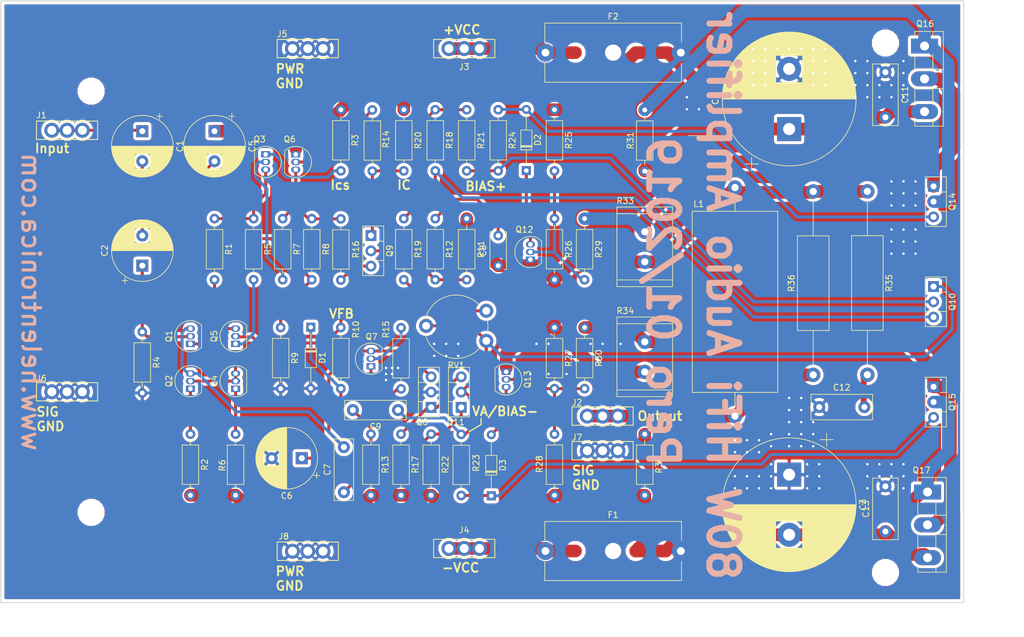
<source format=kicad_pcb>
(kicad_pcb (version 20171130) (host pcbnew "(5.1.5)-3")
  (title_block (title "80W HiFi Amplifier") (rev A0) (company "Pero Krivic"))
  (layers (0 F.Cu signal hide) (31 B.Cu signal hide) (34 B.Paste user hide) (35 F.Paste user hide) (36 B.SilkS user hide) (37 F.SilkS user hide) (38 B.Mask user hide) (39 F.Mask user hide) (44 Edge.Cuts user))
  (net 0 "")
  (net 1 GND)
  (net 2 "Net-(C12-Pad2)")
  (net 3 "Net-(C6-Pad1)")
  (net 4 "Net-(D2-Pad1)")
  (net 5 "Net-(D2-Pad2)")
  (net 6 "Net-(D3-Pad1)")
  (net 7 "Net-(D3-Pad2)")
  (net 8 OUT)
  (net 9 "Net-(C2-Pad1)")
  (net 10 "Net-(C7-Pad2)")
  (net 11 "Net-(Q1-Pad1)")
  (net 12 "Net-(Q2-Pad1)")
  (net 13 "Net-(Q2-Pad2)")
  (net 14 "Net-(Q3-Pad1)")
  (net 15 "Net-(Q3-Pad3)")
  (net 16 "Net-(Q3-Pad2)")
  (net 17 "Net-(Q4-Pad1)")
  (net 18 "Net-(Q5-Pad2)")
  (net 19 "Net-(Q5-Pad1)")
  (net 20 "Net-(Q6-Pad3)")
  (net 21 "Net-(Q6-Pad2)")
  (net 22 "Net-(Q7-Pad2)")
  (net 23 "Net-(C10-Pad1)")
  (net 24 "Net-(Q9-Pad3)")
  (net 25 "Net-(C10-Pad2)")
  (net 26 "Net-(Q10-Pad2)")
  (net 27 "Net-(Q10-Pad3)")
  (net 28 "Net-(Q11-Pad1)")
  (net 29 "Net-(Q12-Pad2)")
  (net 30 "Net-(Q13-Pad2)")
  (net 31 "Net-(C5-Pad2)")
  (net 32 "Net-(Q11-Pad3)")
  (net 33 VSS)
  (net 34 VCC)
  (net 35 IN)
  (net 36 "Net-(C8-Pad2)")
  (net 37 "Net-(C7-Pad1)")
  (net 38 "Net-(R19-Pad2)")
  (net 39 "Net-(C1-Pad2)")
  (net 40 /VSS_FUSED)
  (net 41 /VCC_FUSED)
  (net 42 "Net-(C8-Pad1)")
  (net 43 "Net-(Q14-Pad1)")
  (net 44 "Net-(Q14-Pad2)")
  (net 45 "Net-(Q15-Pad1)")
  (net 46 "Net-(Q15-Pad2)")
  (net 47 "Net-(Q9-Pad1)")
  (module Capacitor_THT:C_Disc_D6.0mm_W2.5mm_P5.00mm (layer F.Cu) (at 154.642855 89 90)
    (fp_text reference C8 (at 2.5 -2.5 90) (layer F.SilkS))
    (fp_text value 5p)
    (pad 2 thru_hole circle (at 5 0 90) (size 1.6 1.6) (drill 0.8) (layers *.Cu *.Mask) (net 36 "Net-(C8-Pad2)"))
    (pad 1 thru_hole circle (at 0 0 90) (size 1.6 1.6) (drill 0.8) (layers *.Cu *.Mask) (net 42 "Net-(C8-Pad1)"))
  )
  (module Potentiometer_THT:Potentiometer_Piher_PT-10-V10_Vertical (layer F.Cu) (at 152.666 96.5 180)
    (fp_text reference RV1 (at 5 -9.05) (layer F.SilkS))
    (fp_text value 1K)
    (pad 1 thru_hole circle (at 0 0 180) (size 2.34 2.34) (drill 1.3) (layers *.Cu *.Mask) (net 38 "Net-(R19-Pad2)"))
    (pad 2 thru_hole circle (at 10 -2.5 180) (size 2.34 2.34) (drill 1.3) (layers *.Cu *.Mask) (net 25 "Net-(C10-Pad2)"))
    (pad 3 thru_hole circle (at 0 -5 180) (size 2.34 2.34) (drill 1.3) (layers *.Cu *.Mask) (net 25 "Net-(C10-Pad2)"))
  )
  (module Resistor_THT:R_Axial_DIN0516_L15.5mm_D5.0mm_P30.48mm_Horizontal (layer F.Cu) (at 207 107.15 90)
    (fp_text reference R36 (at 15.24 -3.62 90) (layer F.SilkS))
    (fp_text value 10R)
    (pad 2 thru_hole oval (at 30.48 0 90) (size 2.4 2.4) (drill 1.2) (layers *.Cu *.Mask) (net 42 "Net-(C8-Pad1)"))
    (pad 1 thru_hole circle (at 0 0 90) (size 2.4 2.4) (drill 1.2) (layers *.Cu *.Mask) (net 8 OUT))
  )
  (module Resistor_THT:R_Axial_DIN0516_L15.5mm_D5.0mm_P30.48mm_Horizontal (layer F.Cu) (at 216 76.65 270)
    (fp_text reference R35 (at 15.24 -3.62 90) (layer F.SilkS))
    (fp_text value 10R)
    (pad 2 thru_hole oval (at 30.48 0 270) (size 2.4 2.4) (drill 1.2) (layers *.Cu *.Mask) (net 2 "Net-(C12-Pad2)"))
    (pad 1 thru_hole circle (at 0 0 270) (size 2.4 2.4) (drill 1.2) (layers *.Cu *.Mask) (net 42 "Net-(C8-Pad1)"))
  )
  (module Fuse:Fuseholder_Cylinder-5x20mm_Schurter_0031_8201_Horizontal_Open (layer F.Cu) (at 162.5 53.6)
    (fp_text reference F2 (at 11.25 -6) (layer F.SilkS))
    (fp_text value Fuse)
    (pad "" np_thru_hole circle (at 11.25 0) (size 2.7 2.7) (drill 2.7) (layers *.Cu *.Mask))
    (pad 2 thru_hole circle (at 22.5 0) (size 3 3) (drill 1.3) (layers *.Cu *.Mask) (net 41 /VCC_FUSED))
    (pad 1 thru_hole circle (at 0 0) (size 3 3) (drill 1.3) (layers *.Cu *.Mask) (net 34 VCC))
  )
  (module Fuse:Fuseholder_Cylinder-5x20mm_Schurter_0031_8201_Horizontal_Open (layer F.Cu) (at 162.5 136.425)
    (fp_text reference F1 (at 11.25 -6) (layer F.SilkS))
    (fp_text value Fuse)
    (pad "" np_thru_hole circle (at 11.25 0) (size 2.7 2.7) (drill 2.7) (layers *.Cu *.Mask))
    (pad 2 thru_hole circle (at 22.5 0) (size 3 3) (drill 1.3) (layers *.Cu *.Mask) (net 40 /VSS_FUSED))
    (pad 1 thru_hole circle (at 0 0) (size 3 3) (drill 1.3) (layers *.Cu *.Mask) (net 33 VSS))
  )
  (module Capacitor_THT:C_Rect_L10.0mm_W4.0mm_P7.50mm_MKS4 (layer F.Cu) (at 219 133.175 90)
    (fp_text reference C13 (at 3.75 -3.25 90) (layer F.SilkS))
    (fp_text value 100n)
    (pad 2 thru_hole circle (at 7.5 0 90) (size 2 2) (drill 1) (layers *.Cu *.Mask) (net 1 GND))
    (pad 1 thru_hole circle (at 0 0 90) (size 2 2) (drill 1) (layers *.Cu *.Mask) (net 40 /VSS_FUSED))
  )
  (module Capacitor_THT:C_Rect_L10.0mm_W4.0mm_P7.50mm_MKS4 (layer F.Cu) (at 208 112.5)
    (fp_text reference C12 (at 3.75 -3.25) (layer F.SilkS))
    (fp_text value 100n)
    (pad 2 thru_hole circle (at 7.5 0) (size 2 2) (drill 1) (layers *.Cu *.Mask) (net 2 "Net-(C12-Pad2)"))
    (pad 1 thru_hole circle (at 0 0) (size 2 2) (drill 1) (layers *.Cu *.Mask) (net 1 GND))
  )
  (module Capacitor_THT:C_Rect_L10.0mm_W4.0mm_P7.50mm_MKS4 (layer F.Cu) (at 219 56.85 270)
    (fp_text reference C11 (at 3.75 -3.25 90) (layer F.SilkS))
    (fp_text value 100n)
    (pad 2 thru_hole circle (at 7.5 0 270) (size 2 2) (drill 1) (layers *.Cu *.Mask) (net 41 /VCC_FUSED))
    (pad 1 thru_hole circle (at 0 0 270) (size 2 2) (drill 1) (layers *.Cu *.Mask) (net 1 GND))
  )
  (module Capacitor_THT:C_Rect_L10.0mm_W3.0mm_P7.50mm_MKS4 (layer F.Cu) (at 138 113 180)
    (fp_text reference C9 (at 3.75 -2.75) (layer F.SilkS))
    (fp_text value 300p)
    (pad 2 thru_hole circle (at 7.5 0 180) (size 2 2) (drill 1) (layers *.Cu *.Mask) (net 37 "Net-(C7-Pad1)"))
    (pad 1 thru_hole circle (at 0 0 180) (size 2 2) (drill 1) (layers *.Cu *.Mask) (net 25 "Net-(C10-Pad2)"))
  )
  (module Capacitor_THT:C_Rect_L10.0mm_W3.0mm_P7.50mm_MKS4 (layer F.Cu) (at 129 126.65 90)
    (fp_text reference C7 (at 3.75 -2.75 90) (layer F.SilkS))
    (fp_text value 150p)
    (pad 2 thru_hole circle (at 7.5 0 90) (size 2 2) (drill 1) (layers *.Cu *.Mask) (net 10 "Net-(C7-Pad2)"))
    (pad 1 thru_hole circle (at 0 0 90) (size 2 2) (drill 1) (layers *.Cu *.Mask) (net 37 "Net-(C7-Pad1)"))
  )
  (module Capacitor_THT:CP_Radial_D10.0mm_P5.00mm (layer F.Cu) (at 122 121 180)
    (fp_text reference C6 (at 2.5 -6.25) (layer F.SilkS))
    (fp_text value 220u)
    (pad 2 thru_hole circle (at 5 0 180) (size 2 2) (drill 1) (layers *.Cu *.Mask) (net 1 GND))
    (pad 1 thru_hole rect (at 0 0 180) (size 2 2) (drill 1) (layers *.Cu *.Mask) (net 3 "Net-(C6-Pad1)"))
  )
  (module Capacitor_THT:CP_Radial_D10.0mm_P5.00mm (layer F.Cu) (at 107.5 66.65 270)
    (fp_text reference C5 (at 2.5 -6.25 90) (layer F.SilkS))
    (fp_text value 47u)
    (pad 2 thru_hole circle (at 5 0 270) (size 2 2) (drill 1) (layers *.Cu *.Mask) (net 31 "Net-(C5-Pad2)"))
    (pad 1 thru_hole rect (at 0 0 270) (size 2 2) (drill 1) (layers *.Cu *.Mask) (net 41 /VCC_FUSED))
  )
  (module Capacitor_THT:CP_Radial_D22.0mm_P10.00mm_SnapIn (layer F.Cu) (at 203 66.3 90)
    (fp_text reference C4 (at 5 -12.25 90) (layer F.SilkS))
    (fp_text value 220u)
    (pad 2 thru_hole circle (at 10 0 90) (size 4 4) (drill 2) (layers *.Cu *.Mask) (net 1 GND))
    (pad 1 thru_hole rect (at 0 0 90) (size 4 4) (drill 2) (layers *.Cu *.Mask) (net 41 /VCC_FUSED))
  )
  (module Capacitor_THT:CP_Radial_D22.0mm_P10.00mm_SnapIn (layer F.Cu) (at 203 123.725 270)
    (fp_text reference C3 (at 5 -12.25 90) (layer F.SilkS))
    (fp_text value 220u)
    (pad 2 thru_hole circle (at 10 0 270) (size 4 4) (drill 2) (layers *.Cu *.Mask) (net 40 /VSS_FUSED))
    (pad 1 thru_hole rect (at 0 0 270) (size 4 4) (drill 2) (layers *.Cu *.Mask) (net 1 GND))
  )
  (module Capacitor_THT:CP_Radial_D10.0mm_P5.00mm (layer F.Cu) (at 95.5 89 90)
    (fp_text reference C2 (at 2.5 -6.25 90) (layer F.SilkS))
    (fp_text value 47u)
    (pad 2 thru_hole circle (at 5 0 90) (size 2 2) (drill 1) (layers *.Cu *.Mask) (net 39 "Net-(C1-Pad2)"))
    (pad 1 thru_hole rect (at 0 0 90) (size 2 2) (drill 1) (layers *.Cu *.Mask) (net 9 "Net-(C2-Pad1)"))
  )
  (module Capacitor_THT:CP_Radial_D10.0mm_P5.00mm (layer F.Cu) (at 95.5 66.65 270)
    (fp_text reference C1 (at 2.5 -6.25 90) (layer F.SilkS))
    (fp_text value 47u)
    (pad 2 thru_hole circle (at 5 0 270) (size 2 2) (drill 1) (layers *.Cu *.Mask) (net 39 "Net-(C1-Pad2)"))
    (pad 1 thru_hole rect (at 0 0 270) (size 2 2) (drill 1) (layers *.Cu *.Mask) (net 35 IN))
  )
  (module Diode_THT:D_DO-34_SOD68_P10.16mm_Horizontal (layer F.Cu) (at 123.5 99.23 270)
    (fp_text reference D1 (at 5.08 -1.92 270) (layer F.SilkS))
    (fp_text value 1N4148 hide)
    (pad 2 thru_hole oval (at 10.16 0 270) (size 1.5 1.5) (drill 0.75) (layers *.Cu *.Mask) (net 1 GND))
    (pad 1 thru_hole rect (at 0 0 270) (size 1.5 1.5) (drill 0.75) (layers *.Cu *.Mask) (net 3 "Net-(C6-Pad1)"))
  )
  (module Diode_THT:D_DO-34_SOD68_P10.16mm_Horizontal (layer F.Cu) (at 159.321426 73.195 90)
    (fp_text reference D2 (at 5.08 1.878574 90) (layer F.SilkS))
    (fp_text value 1N4148 hide)
    (pad 1 thru_hole rect (at 0 0 90) (size 1.5 1.5) (drill 0.75) (layers *.Cu *.Mask) (net 4 "Net-(D2-Pad1)"))
    (pad 2 thru_hole oval (at 10.16 0 90) (size 1.5 1.5) (drill 0.75) (layers *.Cu *.Mask) (net 5 "Net-(D2-Pad2)"))
  )
  (module Diode_THT:D_DO-34_SOD68_P10.16mm_Horizontal (layer F.Cu) (at 153.5 127.25 90)
    (fp_text reference D3 (at 5.08 1.9 90) (layer F.SilkS))
    (fp_text value 1N4148)
    (pad 1 thru_hole rect (at 0 0 90) (size 1.5 1.5) (drill 0.75) (layers *.Cu *.Mask) (net 6 "Net-(D3-Pad1)"))
    (pad 2 thru_hole oval (at 10.16 0 90) (size 1.5 1.5) (drill 0.75) (layers *.Cu *.Mask) (net 7 "Net-(D3-Pad2)"))
  )
  (module Inductor_THT:L_Axial_L29.9mm_D14.0mm_P38.00mm_Horizontal_Vishay_IHA-105 (layer F.Cu) (at 194 76.0125 270)
    (fp_text reference L1 (at 2.7275 6.04) (layer F.SilkS))
    (fp_text value 1u)
    (pad 1 thru_hole circle (at 0 0 270) (size 2.4 2.4) (drill 1.2) (layers *.Cu *.Mask) (net 42 "Net-(C8-Pad1)"))
    (pad 2 thru_hole oval (at 38 0 270) (size 2.4 2.4) (drill 1.2) (layers *.Cu *.Mask) (net 8 OUT))
  )
  (module Package_TO_SOT_THT:TO-92_Inline (layer F.Cu) (at 103.5 102 90)
    (fp_text reference Q1 (at 1.27 -3.56 90) (layer F.SilkS))
    (fp_text value 2N5401)
    (pad 2 thru_hole oval (at 1.27 0 90) (size 1.05 1.5) (drill 0.75) (layers *.Cu *.Mask) (net 9 "Net-(C2-Pad1)"))
    (pad 3 thru_hole oval (at 2.54 0 90) (size 1.05 1.5) (drill 0.75) (layers *.Cu *.Mask) (net 10 "Net-(C7-Pad2)"))
    (pad 1 thru_hole rect (at 0 0 90) (size 1.05 1.5) (drill 0.75) (layers *.Cu *.Mask) (net 11 "Net-(Q1-Pad1)"))
  )
  (module Package_TO_SOT_THT:TO-92_Inline (layer F.Cu) (at 103.5 109.46 90)
    (fp_text reference Q2 (at 1.27 -3.56 90) (layer F.SilkS))
    (fp_text value 2N5551)
    (pad 1 thru_hole rect (at 0 0 90) (size 1.05 1.5) (drill 0.75) (layers *.Cu *.Mask) (net 12 "Net-(Q2-Pad1)"))
    (pad 3 thru_hole oval (at 2.54 0 90) (size 1.05 1.5) (drill 0.75) (layers *.Cu *.Mask) (net 10 "Net-(C7-Pad2)"))
    (pad 2 thru_hole oval (at 1.27 0 90) (size 1.05 1.5) (drill 0.75) (layers *.Cu *.Mask) (net 13 "Net-(Q2-Pad2)"))
  )
  (module Package_TO_SOT_THT:TO-92_Inline (layer F.Cu) (at 116 70.5 270)
    (fp_text reference Q3 (at -2.5 1) (layer F.SilkS))
    (fp_text value 2N5401)
    (pad 1 thru_hole rect (at 0 0 270) (size 1.05 1.5) (drill 0.75) (layers *.Cu *.Mask) (net 14 "Net-(Q3-Pad1)"))
    (pad 3 thru_hole oval (at 2.54 0 270) (size 1.05 1.5) (drill 0.75) (layers *.Cu *.Mask) (net 15 "Net-(Q3-Pad3)"))
    (pad 2 thru_hole oval (at 1.27 0 270) (size 1.05 1.5) (drill 0.75) (layers *.Cu *.Mask) (net 16 "Net-(Q3-Pad2)"))
  )
  (module Package_TO_SOT_THT:TO-92_Inline (layer F.Cu) (at 111 109.46 90)
    (fp_text reference Q4 (at 1.27 -3.56 90) (layer F.SilkS))
    (fp_text value 2N5551)
    (pad 2 thru_hole oval (at 1.27 0 90) (size 1.05 1.5) (drill 0.75) (layers *.Cu *.Mask) (net 13 "Net-(Q2-Pad2)"))
    (pad 3 thru_hole oval (at 2.54 0 90) (size 1.05 1.5) (drill 0.75) (layers *.Cu *.Mask) (net 13 "Net-(Q2-Pad2)"))
    (pad 1 thru_hole rect (at 0 0 90) (size 1.05 1.5) (drill 0.75) (layers *.Cu *.Mask) (net 17 "Net-(Q4-Pad1)"))
  )
  (module Package_TO_SOT_THT:TO-92_Inline (layer F.Cu) (at 111 102 90)
    (fp_text reference Q5 (at 1.27 -3.56 90) (layer F.SilkS))
    (fp_text value 2N5401)
    (pad 2 thru_hole oval (at 1.27 0 90) (size 1.05 1.5) (drill 0.75) (layers *.Cu *.Mask) (net 18 "Net-(Q5-Pad2)"))
    (pad 3 thru_hole oval (at 2.54 0 90) (size 1.05 1.5) (drill 0.75) (layers *.Cu *.Mask) (net 13 "Net-(Q2-Pad2)"))
    (pad 1 thru_hole rect (at 0 0 90) (size 1.05 1.5) (drill 0.75) (layers *.Cu *.Mask) (net 19 "Net-(Q5-Pad1)"))
  )
  (module Package_TO_SOT_THT:TO-92_Inline (layer F.Cu) (at 121 70.5 270)
    (fp_text reference Q6 (at -2.5 1) (layer F.SilkS))
    (fp_text value 2N5401)
    (pad 1 thru_hole rect (at 0 0 270) (size 1.05 1.5) (drill 0.75) (layers *.Cu *.Mask) (net 41 /VCC_FUSED))
    (pad 3 thru_hole oval (at 2.54 0 270) (size 1.05 1.5) (drill 0.75) (layers *.Cu *.Mask) (net 20 "Net-(Q6-Pad3)"))
    (pad 2 thru_hole oval (at 1.27 0 270) (size 1.05 1.5) (drill 0.75) (layers *.Cu *.Mask) (net 21 "Net-(Q6-Pad2)"))
  )
  (module Package_TO_SOT_THT:TO-92_Inline (layer F.Cu) (at 133.5 105.73 90)
    (fp_text reference Q7 (at 4.93 0.1 180) (layer F.SilkS))
    (fp_text value 2N5551 hide)
    (pad 2 thru_hole oval (at 1.27 0 90) (size 1.05 1.5) (drill 0.75) (layers *.Cu *.Mask) (net 22 "Net-(Q7-Pad2)"))
    (pad 3 thru_hole oval (at 2.54 0 90) (size 1.05 1.5) (drill 0.75) (layers *.Cu *.Mask) (net 10 "Net-(C7-Pad2)"))
    (pad 1 thru_hole rect (at 0 0 90) (size 1.05 1.5) (drill 0.75) (layers *.Cu *.Mask) (net 40 /VSS_FUSED))
  )
  (module Package_TO_SOT_THT:TO-92_Inline (layer F.Cu) (at 160 88 90)
    (fp_text reference Q12 (at 5 -1 180) (layer F.SilkS))
    (fp_text value 2N5551)
    (pad 1 thru_hole rect (at 0 0 90) (size 1.05 1.5) (drill 0.75) (layers *.Cu *.Mask) (net 42 "Net-(C8-Pad1)"))
    (pad 3 thru_hole oval (at 2.54 0 90) (size 1.05 1.5) (drill 0.75) (layers *.Cu *.Mask) (net 4 "Net-(D2-Pad1)"))
    (pad 2 thru_hole oval (at 1.27 0 90) (size 1.05 1.5) (drill 0.75) (layers *.Cu *.Mask) (net 29 "Net-(Q12-Pad2)"))
  )
  (module Package_TO_SOT_THT:TO-92_Inline (layer F.Cu) (at 155.968 106.634 270)
    (fp_text reference Q13 (at 1.27 -3.56 270) (layer F.SilkS))
    (fp_text value 2N5401)
    (pad 2 thru_hole oval (at 1.27 0 270) (size 1.05 1.5) (drill 0.75) (layers *.Cu *.Mask) (net 30 "Net-(Q13-Pad2)"))
    (pad 3 thru_hole oval (at 2.54 0 270) (size 1.05 1.5) (drill 0.75) (layers *.Cu *.Mask) (net 7 "Net-(D3-Pad2)"))
    (pad 1 thru_hole rect (at 0 0 270) (size 1.05 1.5) (drill 0.75) (layers *.Cu *.Mask) (net 42 "Net-(C8-Pad1)"))
  )
  (module Package_TO_SOT_THT:TO-3P-3_Vertical (layer F.Cu) (at 225.5 52.5 270)
    (fp_text reference Q16 (at -3.7 -0.1) (layer F.SilkS))
    (fp_text value 2SA1302)
    (pad 3 thru_hole oval (at 10.9 0 270) (size 2.5 4.5) (drill 1.5) (layers *.Cu *.Mask) (net 41 /VCC_FUSED))
    (pad 2 thru_hole oval (at 5.45 0 270) (size 2.5 4.5) (drill 1.5) (layers *.Cu *.Mask) (net 43 "Net-(Q14-Pad1)"))
    (pad 1 thru_hole rect (at 0 0 270) (size 2.5 4.5) (drill 1.5) (layers *.Cu *.Mask) (net 44 "Net-(Q14-Pad2)"))
  )
  (module Package_TO_SOT_THT:TO-3P-3_Vertical (layer F.Cu) (at 226 126.625 270)
    (fp_text reference Q17 (at -3.625 1) (layer F.SilkS))
    (fp_text value 2SC3281)
    (pad 1 thru_hole rect (at 0 0 270) (size 2.5 4.5) (drill 1.5) (layers *.Cu *.Mask) (net 46 "Net-(Q15-Pad2)"))
    (pad 2 thru_hole oval (at 5.45 0 270) (size 2.5 4.5) (drill 1.5) (layers *.Cu *.Mask) (net 45 "Net-(Q15-Pad1)"))
    (pad 3 thru_hole oval (at 10.9 0 270) (size 2.5 4.5) (drill 1.5) (layers *.Cu *.Mask) (net 40 /VSS_FUSED))
  )
  (module Resistor_THT:R_Radial_Power_L13.0mm_W9.0mm_P5.00mm (layer F.Cu) (at 179 83.37 270)
    (fp_text reference R33 (at -5.138 3.232) (layer F.SilkS))
    (fp_text value 0R22)
    (pad 1 thru_hole circle (at 0 0 270) (size 2.4 2.4) (drill 1.2) (layers *.Cu *.Mask) (net 43 "Net-(Q14-Pad1)"))
    (pad 2 thru_hole circle (at 5 0 270) (size 2.4 2.4) (drill 1.2) (layers *.Cu *.Mask) (net 42 "Net-(C8-Pad1)"))
  )
  (module Resistor_THT:R_Radial_Power_L13.0mm_W9.0mm_P5.00mm (layer F.Cu) (at 179 106.655 90)
    (fp_text reference R34 (at 10.135 -3.232) (layer F.SilkS))
    (fp_text value 0R22)
    (pad 2 thru_hole circle (at 5 0 90) (size 2.4 2.4) (drill 1.2) (layers *.Cu *.Mask) (net 45 "Net-(Q15-Pad1)"))
    (pad 1 thru_hole circle (at 0 0 90) (size 2.4 2.4) (drill 1.2) (layers *.Cu *.Mask) (net 42 "Net-(C8-Pad1)"))
  )
  (module Package_TO_SOT_THT:TO-126-3_Vertical (layer F.Cu) (at 143.5 112.55 90)
    (fp_text reference Q8 (at -2.45 -1.5 180) (layer F.SilkS))
    (fp_text value 2SD669 hide)
    (pad 1 thru_hole rect (at 0 0 90) (size 1.8 1.8) (drill 1) (layers *.Cu *.Mask) (net 32 "Net-(Q11-Pad3)"))
    (pad 2 thru_hole oval (at 2.54 0 90) (size 1.8 1.8) (drill 1) (layers *.Cu *.Mask) (net 1 GND))
    (pad 3 thru_hole oval (at 5.08 0 90) (size 1.8 1.8) (drill 1) (layers *.Cu *.Mask) (net 10 "Net-(C7-Pad2)"))
  )
  (module Package_TO_SOT_THT:TO-126-3_Vertical (layer F.Cu) (at 133.5 84 270)
    (fp_text reference Q9 (at 2.54 -3.12 270) (layer F.SilkS))
    (fp_text value 2SB649)
    (pad 3 thru_hole oval (at 5.08 0 270) (size 1.8 1.8) (drill 1) (layers *.Cu *.Mask) (net 24 "Net-(Q9-Pad3)"))
    (pad 2 thru_hole oval (at 2.54 0 270) (size 1.8 1.8) (drill 1) (layers *.Cu *.Mask) (net 23 "Net-(C10-Pad1)"))
    (pad 1 thru_hole rect (at 0 0 270) (size 1.8 1.8) (drill 1) (layers *.Cu *.Mask) (net 47 "Net-(Q9-Pad1)"))
  )
  (module Package_TO_SOT_THT:TO-126-3_Vertical (layer F.Cu) (at 227 92.4725 270)
    (fp_text reference Q10 (at 2.54 -3.12 270) (layer F.SilkS))
    (fp_text value 2SD669)
    (pad 3 thru_hole oval (at 5.08 0 270) (size 1.8 1.8) (drill 1) (layers *.Cu *.Mask) (net 27 "Net-(Q10-Pad3)"))
    (pad 2 thru_hole oval (at 2.54 0 270) (size 1.8 1.8) (drill 1) (layers *.Cu *.Mask) (net 26 "Net-(Q10-Pad2)"))
    (pad 1 thru_hole rect (at 0 0 270) (size 1.8 1.8) (drill 1) (layers *.Cu *.Mask) (net 25 "Net-(C10-Pad2)"))
  )
  (module Package_TO_SOT_THT:TO-126-3_Vertical (layer F.Cu) (at 148.5 112.55 90)
    (fp_text reference Q11 (at -2.45 -0.9 180) (layer F.SilkS))
    (fp_text value 2SD669)
    (pad 3 thru_hole oval (at 5.08 0 90) (size 1.8 1.8) (drill 1) (layers *.Cu *.Mask) (net 32 "Net-(Q11-Pad3)"))
    (pad 2 thru_hole oval (at 2.54 0 90) (size 1.8 1.8) (drill 1) (layers *.Cu *.Mask) (net 25 "Net-(C10-Pad2)"))
    (pad 1 thru_hole rect (at 0 0 90) (size 1.8 1.8) (drill 1) (layers *.Cu *.Mask) (net 28 "Net-(Q11-Pad1)"))
  )
  (module Package_TO_SOT_THT:TO-126-3_Vertical (layer F.Cu) (at 227 75.81625 270)
    (fp_text reference Q14 (at 2.54 -3.12 270) (layer F.SilkS))
    (fp_text value 2SD669)
    (pad 1 thru_hole rect (at 0 0 270) (size 1.8 1.8) (drill 1) (layers *.Cu *.Mask) (net 43 "Net-(Q14-Pad1)"))
    (pad 2 thru_hole oval (at 2.54 0 270) (size 1.8 1.8) (drill 1) (layers *.Cu *.Mask) (net 44 "Net-(Q14-Pad2)"))
    (pad 3 thru_hole oval (at 5.08 0 270) (size 1.8 1.8) (drill 1) (layers *.Cu *.Mask) (net 5 "Net-(D2-Pad2)"))
  )
  (module Package_TO_SOT_THT:TO-126-3_Vertical (layer F.Cu) (at 227 109.12875 270)
    (fp_text reference Q15 (at 2.54 -3.12 270) (layer F.SilkS))
    (fp_text value 2SB649)
    (pad 1 thru_hole rect (at 0 0 270) (size 1.8 1.8) (drill 1) (layers *.Cu *.Mask) (net 45 "Net-(Q15-Pad1)"))
    (pad 2 thru_hole oval (at 2.54 0 270) (size 1.8 1.8) (drill 1) (layers *.Cu *.Mask) (net 46 "Net-(Q15-Pad2)"))
    (pad 3 thru_hole oval (at 5.08 0 270) (size 1.8 1.8) (drill 1) (layers *.Cu *.Mask) (net 6 "Net-(D3-Pad1)"))
  )
  (module Flachsteceker:216843-1 (layer F.Cu) (at 149 55.46)
    (fp_text reference J3 (at 0 0.5) (layer F.SilkS))
    (fp_text value Conn_01x01)
    (pad 1 thru_hole circle (at 0 -2.54) (size 2.5 2.5) (drill 1.5) (layers *.Cu *.Mask) (net 34 VCC))
    (pad 1 thru_hole circle (at -2.54 -2.54) (size 2.5 2.5) (drill 1.5) (layers *.Cu *.Mask) (net 34 VCC))
    (pad 1 thru_hole circle (at 2.54 -2.54) (size 2.5 2.5) (drill 1.5) (layers *.Cu *.Mask) (net 34 VCC))
  )
  (module Flachsteceker:216843-1 (layer F.Cu) (at 149 133.46 180)
    (fp_text reference J4 (at 0 0.5 180) (layer F.SilkS))
    (fp_text value Conn_01x01)
    (pad 1 thru_hole circle (at 0 -2.54 180) (size 2.5 2.5) (drill 1.5) (layers *.Cu *.Mask) (net 33 VSS))
    (pad 1 thru_hole circle (at -2.54 -2.54 180) (size 2.5 2.5) (drill 1.5) (layers *.Cu *.Mask) (net 33 VSS))
    (pad 1 thru_hole circle (at 2.54 -2.54 180) (size 2.5 2.5) (drill 1.5) (layers *.Cu *.Mask) (net 33 VSS))
  )
  (module Flachsteceker:216843-1 (layer F.Cu) (at 123 55.46)
    (fp_text reference J5 (at -4.25 -4.96) (layer F.SilkS))
    (fp_text value Conn_01x01)
    (pad 1 thru_hole circle (at 2.54 -2.54) (size 2.5 2.5) (drill 1.5) (layers *.Cu *.Mask) (net 1 GND))
    (pad 1 thru_hole circle (at -2.54 -2.54) (size 2.5 2.5) (drill 1.5) (layers *.Cu *.Mask) (net 1 GND))
    (pad 1 thru_hole circle (at 0 -2.54) (size 2.5 2.5) (drill 1.5) (layers *.Cu *.Mask) (net 1 GND))
  )
  (module Flachsteceker:216843-1 (layer F.Cu) (at 83 69.04)
    (fp_text reference J1 (at -4.25 -5.04) (layer F.SilkS))
    (fp_text value Conn_01x01)
    (pad 1 thru_hole circle (at 2.54 -2.54) (size 2.5 2.5) (drill 1.5) (layers *.Cu *.Mask) (net 35 IN))
    (pad 1 thru_hole circle (at -2.54 -2.54) (size 2.5 2.5) (drill 1.5) (layers *.Cu *.Mask) (net 35 IN))
    (pad 1 thru_hole circle (at 0 -2.54) (size 2.5 2.5) (drill 1.5) (layers *.Cu *.Mask) (net 35 IN))
  )
  (module Flachsteceker:216843-1 (layer F.Cu) (at 172 116.54)
    (fp_text reference J2 (at -4.25 -4.79) (layer F.SilkS))
    (fp_text value Conn_01x01)
    (pad 1 thru_hole circle (at 2.54 -2.54) (size 2.5 2.5) (drill 1.5) (layers *.Cu *.Mask) (net 8 OUT))
    (pad 1 thru_hole circle (at -2.54 -2.54) (size 2.5 2.5) (drill 1.5) (layers *.Cu *.Mask) (net 8 OUT))
    (pad 1 thru_hole circle (at 0 -2.54) (size 2.5 2.5) (drill 1.5) (layers *.Cu *.Mask) (net 8 OUT))
  )
  (module Flachsteceker:216843-1 (layer F.Cu) (at 83 112.5)
    (fp_text reference J6 (at -4.25 -4.75) (layer F.SilkS))
    (fp_text value Conn_01x01)
    (pad 1 thru_hole circle (at 0 -2.54) (size 2.5 2.5) (drill 1.5) (layers *.Cu *.Mask) (net 1 GND))
    (pad 1 thru_hole circle (at -2.54 -2.54) (size 2.5 2.5) (drill 1.5) (layers *.Cu *.Mask) (net 1 GND))
    (pad 1 thru_hole circle (at 2.54 -2.54) (size 2.5 2.5) (drill 1.5) (layers *.Cu *.Mask) (net 1 GND))
  )
  (module Flachsteceker:216843-1 (layer F.Cu) (at 172 122.29)
    (fp_text reference J7 (at -4.25 -4.75) (layer F.SilkS))
    (fp_text value Conn_01x01)
    (pad 1 thru_hole circle (at 0 -2.54) (size 2.5 2.5) (drill 1.5) (layers *.Cu *.Mask) (net 1 GND))
    (pad 1 thru_hole circle (at -2.54 -2.54) (size 2.5 2.5) (drill 1.5) (layers *.Cu *.Mask) (net 1 GND))
    (pad 1 thru_hole circle (at 2.54 -2.54) (size 2.5 2.5) (drill 1.5) (layers *.Cu *.Mask) (net 1 GND))
  )
  (module Mounting_Holes:MountingHole_3.5mm (layer F.Cu) (at 87 60)
    (fp_text reference REF** hide)
    (fp_text value MountingHole_3.5mm hide)
    (pad 1 np_thru_hole circle (at 0 0) (size 3.5 3.5) (drill 3.5) (layers *.Cu *.Mask))
  )
  (module Mounting_Holes:MountingHole_3.5mm (layer F.Cu) (at 90 130)
    (fp_text reference REF** hide)
    (fp_text value MountingHole_3.5mm hide)
    (pad "" np_thru_hole circle (at -3 0) (size 3.5 3.5) (drill 3.5) (layers *.Cu *.Mask))
  )
  (module Mounting_Holes:MountingHole_3.5mm (layer F.Cu) (at 217.5 140)
    (fp_text reference REF** hide)
    (fp_text value MountingHole_3.5mm hide)
    (pad "" np_thru_hole circle (at 1.5 0) (size 3.5 3.5) (drill 3.5) (layers *.Cu *.Mask))
  )
  (module Mounting_Holes:MountingHole_3.5mm (layer F.Cu) (at 219 52)
    (fp_text reference REF** hide)
    (fp_text value MountingHole_3.5mm hide)
    (pad 1 np_thru_hole circle (at 0 0) (size 3.5 3.5) (drill 3.5) (layers *.Cu *.Mask))
  )
  (module Flachsteceker:216843-1 (layer F.Cu) (at 123 139)
    (fp_text reference J8 (at -4 -5) (layer F.SilkS))
    (fp_text value Conn_01x01)
    (pad 1 thru_hole circle (at 2.54 -2.54) (size 2.5 2.5) (drill 1.5) (layers *.Cu *.Mask) (net 1 GND))
    (pad 1 thru_hole circle (at -2.54 -2.54) (size 2.5 2.5) (drill 1.5) (layers *.Cu *.Mask) (net 1 GND))
    (pad 1 thru_hole circle (at 0 -2.54) (size 2.5 2.5) (drill 1.5) (layers *.Cu *.Mask) (net 1 GND))
  )
  (module Resistor_THT:R_Axial_DIN0207_L6.3mm_D2.5mm_P10.16mm_Horizontal (layer F.Cu) (at 107.5 81.1825 270)
    (fp_text reference R1 (at 5.08 -2.37 270) (layer F.SilkS))
    (fp_text value 100R)
    (pad 1 thru_hole circle (at 0 0 270) (size 1.6 1.6) (drill 0.8) (layers *.Cu *.Mask) (net 15 "Net-(Q3-Pad3)"))
    (pad 2 thru_hole oval (at 10.16 0 270) (size 1.6 1.6) (drill 0.8) (layers *.Cu *.Mask) (net 11 "Net-(Q1-Pad1)"))
  )
  (module Resistor_THT:R_Axial_DIN0207_L6.3mm_D2.5mm_P10.16mm_Horizontal (layer F.Cu) (at 103.5 117 270)
    (fp_text reference R2 (at 5.08 -2.37 270) (layer F.SilkS))
    (fp_text value 68R)
    (pad 2 thru_hole oval (at 10.16 0 270) (size 1.6 1.6) (drill 0.8) (layers *.Cu *.Mask) (net 40 /VSS_FUSED))
    (pad 1 thru_hole circle (at 0 0 270) (size 1.6 1.6) (drill 0.8) (layers *.Cu *.Mask) (net 12 "Net-(Q2-Pad1)"))
  )
  (module Resistor_THT:R_Axial_DIN0207_L6.3mm_D2.5mm_P10.16mm_Horizontal (layer F.Cu) (at 128.5 63.085 270)
    (fp_text reference R3 (at 5.08 -2.37 270) (layer F.SilkS))
    (fp_text value 150R)
    (pad 1 thru_hole circle (at 0 0 270) (size 1.6 1.6) (drill 0.8) (layers *.Cu *.Mask) (net 41 /VCC_FUSED))
    (pad 2 thru_hole oval (at 10.16 0 270) (size 1.6 1.6) (drill 0.8) (layers *.Cu *.Mask) (net 14 "Net-(Q3-Pad1)"))
  )
  (module Resistor_THT:R_Axial_DIN0207_L6.3mm_D2.5mm_P10.16mm_Horizontal (layer F.Cu) (at 95.5 100 270)
    (fp_text reference R4 (at 5.08 -2.37 270) (layer F.SilkS))
    (fp_text value 10K)
    (pad 2 thru_hole oval (at 10.16 0 270) (size 1.6 1.6) (drill 0.8) (layers *.Cu *.Mask) (net 1 GND))
    (pad 1 thru_hole circle (at 0 0 270) (size 1.6 1.6) (drill 0.8) (layers *.Cu *.Mask) (net 9 "Net-(C2-Pad1)"))
  )
  (module Resistor_THT:R_Axial_DIN0207_L6.3mm_D2.5mm_P10.16mm_Horizontal (layer F.Cu) (at 114 81.1825 270)
    (fp_text reference R5 (at 5.08 -2.37 270) (layer F.SilkS))
    (fp_text value 100R)
    (pad 2 thru_hole oval (at 10.16 0 270) (size 1.6 1.6) (drill 0.8) (layers *.Cu *.Mask) (net 19 "Net-(Q5-Pad1)"))
    (pad 1 thru_hole circle (at 0 0 270) (size 1.6 1.6) (drill 0.8) (layers *.Cu *.Mask) (net 15 "Net-(Q3-Pad3)"))
  )
  (module Resistor_THT:R_Axial_DIN0207_L6.3mm_D2.5mm_P10.16mm_Horizontal (layer F.Cu) (at 111 117 270)
    (fp_text reference R6 (at 5.2 2.2 270) (layer F.SilkS))
    (fp_text value 68R)
    (pad 1 thru_hole circle (at 0 0 270) (size 1.6 1.6) (drill 0.8) (layers *.Cu *.Mask) (net 17 "Net-(Q4-Pad1)"))
    (pad 2 thru_hole oval (at 10.16 0 270) (size 1.6 1.6) (drill 0.8) (layers *.Cu *.Mask) (net 40 /VSS_FUSED))
  )
  (module Resistor_THT:R_Axial_DIN0207_L6.3mm_D2.5mm_P10.16mm_Horizontal (layer F.Cu) (at 118.833333 81.1825 270)
    (fp_text reference R7 (at 5.08 -2.37 270) (layer F.SilkS))
    (fp_text value 1K)
    (pad 2 thru_hole oval (at 10.16 0 270) (size 1.6 1.6) (drill 0.8) (layers *.Cu *.Mask) (net 16 "Net-(Q3-Pad2)"))
    (pad 1 thru_hole circle (at 0 0 270) (size 1.6 1.6) (drill 0.8) (layers *.Cu *.Mask) (net 20 "Net-(Q6-Pad3)"))
  )
  (module Resistor_THT:R_Axial_DIN0207_L6.3mm_D2.5mm_P10.16mm_Horizontal (layer F.Cu) (at 123.666666 81.1825 270)
    (fp_text reference R8 (at 5.08 -2.37 270) (layer F.SilkS))
    (fp_text value 10K)
    (pad 1 thru_hole circle (at 0 0 270) (size 1.6 1.6) (drill 0.8) (layers *.Cu *.Mask) (net 20 "Net-(Q6-Pad3)"))
    (pad 2 thru_hole oval (at 10.16 0 270) (size 1.6 1.6) (drill 0.8) (layers *.Cu *.Mask) (net 31 "Net-(C5-Pad2)"))
  )
  (module Resistor_THT:R_Axial_DIN0207_L6.3mm_D2.5mm_P10.16mm_Horizontal (layer F.Cu) (at 118.5 99.28 270)
    (fp_text reference R9 (at 5.08 -2.37 270) (layer F.SilkS))
    (fp_text value 10K)
    (pad 2 thru_hole oval (at 10.16 0 270) (size 1.6 1.6) (drill 0.8) (layers *.Cu *.Mask) (net 1 GND))
    (pad 1 thru_hole circle (at 0 0 270) (size 1.6 1.6) (drill 0.8) (layers *.Cu *.Mask) (net 31 "Net-(C5-Pad2)"))
  )
  (module Resistor_THT:R_Axial_DIN0207_L6.3mm_D2.5mm_P10.16mm_Horizontal (layer F.Cu) (at 128.5 99.28 270)
    (fp_text reference R10 (at 0.32 -2.5 270) (layer F.SilkS))
    (fp_text value 330R)
    (pad 1 thru_hole circle (at 0 0 270) (size 1.6 1.6) (drill 0.8) (layers *.Cu *.Mask) (net 18 "Net-(Q5-Pad2)"))
    (pad 2 thru_hole oval (at 10.16 0 270) (size 1.6 1.6) (drill 0.8) (layers *.Cu *.Mask) (net 3 "Net-(C6-Pad1)"))
  )
  (module Resistor_THT:R_Axial_DIN0207_L6.3mm_D2.5mm_P10.16mm_Horizontal (layer F.Cu) (at 149.414284 81.1825 270)
    (fp_text reference R11 (at 5.08 -2.37 270) (layer F.SilkS))
    (fp_text value 10K)
    (pad 2 thru_hole oval (at 10.16 0 270) (size 1.6 1.6) (drill 0.8) (layers *.Cu *.Mask) (net 18 "Net-(Q5-Pad2)"))
    (pad 1 thru_hole circle (at 0 0 270) (size 1.6 1.6) (drill 0.8) (layers *.Cu *.Mask) (net 42 "Net-(C8-Pad1)"))
  )
  (module Resistor_THT:R_Axial_DIN0207_L6.3mm_D2.5mm_P10.16mm_Horizontal (layer F.Cu) (at 144.185713 81.1825 270)
    (fp_text reference R12 (at 5.08 -2.37 270) (layer F.SilkS))
    (fp_text value 330R)
    (pad 1 thru_hole circle (at 0 0 270) (size 1.6 1.6) (drill 0.8) (layers *.Cu *.Mask) (net 36 "Net-(C8-Pad2)"))
    (pad 2 thru_hole oval (at 10.16 0 270) (size 1.6 1.6) (drill 0.8) (layers *.Cu *.Mask) (net 18 "Net-(Q5-Pad2)"))
  )
  (module Resistor_THT:R_Axial_DIN0207_L6.3mm_D2.5mm_P10.16mm_Horizontal (layer F.Cu) (at 133.5 117 270)
    (fp_text reference R13 (at 5.08 -2.37 270) (layer F.SilkS))
    (fp_text value 2K2)
    (pad 2 thru_hole oval (at 10.16 0 270) (size 1.6 1.6) (drill 0.8) (layers *.Cu *.Mask) (net 40 /VSS_FUSED))
    (pad 1 thru_hole circle (at 0 0 270) (size 1.6 1.6) (drill 0.8) (layers *.Cu *.Mask) (net 37 "Net-(C7-Pad1)"))
  )
  (module Resistor_THT:R_Axial_DIN0207_L6.3mm_D2.5mm_P10.16mm_Horizontal (layer F.Cu) (at 133.728571 73.285 90)
    (fp_text reference R14 (at 5.285 2.271429 270) (layer F.SilkS))
    (fp_text value 1K)
    (pad 2 thru_hole oval (at 10.16 0 90) (size 1.6 1.6) (drill 0.8) (layers *.Cu *.Mask) (net 21 "Net-(Q6-Pad2)"))
    (pad 1 thru_hole circle (at 0 0 90) (size 1.6 1.6) (drill 0.8) (layers *.Cu *.Mask) (net 47 "Net-(Q9-Pad1)"))
  )
  (module Resistor_THT:R_Axial_DIN0207_L6.3mm_D2.5mm_P10.16mm_Horizontal (layer F.Cu) (at 138.5 109.48 90)
    (fp_text reference R15 (at 9.88 -2.5 90) (layer F.SilkS))
    (fp_text value 1K)
    (pad 2 thru_hole oval (at 10.16 0 90) (size 1.6 1.6) (drill 0.8) (layers *.Cu *.Mask) (net 22 "Net-(Q7-Pad2)"))
    (pad 1 thru_hole circle (at 0 0 90) (size 1.6 1.6) (drill 0.8) (layers *.Cu *.Mask) (net 28 "Net-(Q11-Pad1)"))
  )
  (module Resistor_THT:R_Axial_DIN0207_L6.3mm_D2.5mm_P10.16mm_Horizontal (layer F.Cu) (at 128.5 91.3825 90)
    (fp_text reference R16 (at 5.08 2.5 90) (layer F.SilkS))
    (fp_text value 1K)
    (pad 2 thru_hole oval (at 10.16 0 90) (size 1.6 1.6) (drill 0.8) (layers *.Cu *.Mask) (net 20 "Net-(Q6-Pad3)"))
    (pad 1 thru_hole circle (at 0 0 90) (size 1.6 1.6) (drill 0.8) (layers *.Cu *.Mask) (net 24 "Net-(Q9-Pad3)"))
  )
  (module Resistor_THT:R_Axial_DIN0207_L6.3mm_D2.5mm_P10.16mm_Horizontal (layer F.Cu) (at 138.5 117 270)
    (fp_text reference R17 (at 5.08 -2.37 270) (layer F.SilkS))
    (fp_text value 1K)
    (pad 2 thru_hole oval (at 10.16 0 270) (size 1.6 1.6) (drill 0.8) (layers *.Cu *.Mask) (net 40 /VSS_FUSED))
    (pad 1 thru_hole circle (at 0 0 270) (size 1.6 1.6) (drill 0.8) (layers *.Cu *.Mask) (net 32 "Net-(Q11-Pad3)"))
  )
  (module Resistor_THT:R_Axial_DIN0207_L6.3mm_D2.5mm_P10.16mm_Horizontal (layer F.Cu) (at 144.185713 63.085 270)
    (fp_text reference R18 (at 5.08 -2.37 270) (layer F.SilkS))
    (fp_text value 820R)
    (pad 2 thru_hole oval (at 10.16 0 270) (size 1.6 1.6) (drill 0.8) (layers *.Cu *.Mask) (net 27 "Net-(Q10-Pad3)"))
    (pad 1 thru_hole circle (at 0 0 270) (size 1.6 1.6) (drill 0.8) (layers *.Cu *.Mask) (net 23 "Net-(C10-Pad1)"))
  )
  (module Resistor_THT:R_Axial_DIN0207_L6.3mm_D2.5mm_P10.16mm_Horizontal (layer F.Cu) (at 138.957142 81.1825 270)
    (fp_text reference R19 (at 5.08 -2.37 270) (layer F.SilkS))
    (fp_text value 100R)
    (pad 1 thru_hole circle (at 0 0 270) (size 1.6 1.6) (drill 0.8) (layers *.Cu *.Mask) (net 27 "Net-(Q10-Pad3)"))
    (pad 2 thru_hole oval (at 10.16 0 270) (size 1.6 1.6) (drill 0.8) (layers *.Cu *.Mask) (net 38 "Net-(R19-Pad2)"))
  )
  (module Resistor_THT:R_Axial_DIN0207_L6.3mm_D2.5mm_P10.16mm_Horizontal (layer F.Cu) (at 138.957142 63.085 270)
    (fp_text reference R20 (at 5.08 -2.37 270) (layer F.SilkS))
    (fp_text value 100R)
    (pad 1 thru_hole circle (at 0 0 270) (size 1.6 1.6) (drill 0.8) (layers *.Cu *.Mask) (net 41 /VCC_FUSED))
    (pad 2 thru_hole oval (at 10.16 0 270) (size 1.6 1.6) (drill 0.8) (layers *.Cu *.Mask) (net 47 "Net-(Q9-Pad1)"))
  )
  (module Resistor_THT:R_Axial_DIN0207_L6.3mm_D2.5mm_P10.16mm_Horizontal (layer F.Cu) (at 149.414284 63.085 270)
    (fp_text reference R21 (at 5.08 -2.37 270) (layer F.SilkS))
    (fp_text value 15R)
    (pad 2 thru_hole oval (at 10.16 0 270) (size 1.6 1.6) (drill 0.8) (layers *.Cu *.Mask) (net 26 "Net-(Q10-Pad2)"))
    (pad 1 thru_hole circle (at 0 0 270) (size 1.6 1.6) (drill 0.8) (layers *.Cu *.Mask) (net 23 "Net-(C10-Pad1)"))
  )
  (module Resistor_THT:R_Axial_DIN0207_L6.3mm_D2.5mm_P10.16mm_Horizontal (layer F.Cu) (at 143.5 117 270)
    (fp_text reference R22 (at 5.08 -2.37 270) (layer F.SilkS))
    (fp_text value 47R)
    (pad 1 thru_hole circle (at 0 0 270) (size 1.6 1.6) (drill 0.8) (layers *.Cu *.Mask) (net 28 "Net-(Q11-Pad1)"))
    (pad 2 thru_hole oval (at 10.16 0 270) (size 1.6 1.6) (drill 0.8) (layers *.Cu *.Mask) (net 40 /VSS_FUSED))
  )
  (module Resistor_THT:R_Axial_DIN0207_L6.3mm_D2.5mm_P10.16mm_Horizontal (layer F.Cu) (at 148.5 127.2 90)
    (fp_text reference R23 (at 5.4 2.5 90) (layer F.SilkS))
    (fp_text value 100R)
    (pad 2 thru_hole oval (at 10.16 0 90) (size 1.6 1.6) (drill 0.8) (layers *.Cu *.Mask) (net 25 "Net-(C10-Pad2)"))
    (pad 1 thru_hole circle (at 0 0 90) (size 1.6 1.6) (drill 0.8) (layers *.Cu *.Mask) (net 6 "Net-(D3-Pad1)"))
  )
  (module Resistor_THT:R_Axial_DIN0207_L6.3mm_D2.5mm_P10.16mm_Horizontal (layer F.Cu) (at 154.642855 63.085 270)
    (fp_text reference R24 (at 5.08 -2.37 270) (layer F.SilkS))
    (fp_text value 100R)
    (pad 1 thru_hole circle (at 0 0 270) (size 1.6 1.6) (drill 0.8) (layers *.Cu *.Mask) (net 5 "Net-(D2-Pad2)"))
    (pad 2 thru_hole oval (at 10.16 0 270) (size 1.6 1.6) (drill 0.8) (layers *.Cu *.Mask) (net 26 "Net-(Q10-Pad2)"))
  )
  (module Resistor_THT:R_Axial_DIN0207_L6.3mm_D2.5mm_P10.16mm_Horizontal (layer F.Cu) (at 164 63.085 270)
    (fp_text reference R25 (at 5.08 -2.37 270) (layer F.SilkS))
    (fp_text value 15K)
    (pad 1 thru_hole circle (at 0 0 270) (size 1.6 1.6) (drill 0.8) (layers *.Cu *.Mask) (net 41 /VCC_FUSED))
    (pad 2 thru_hole oval (at 10.16 0 270) (size 1.6 1.6) (drill 0.8) (layers *.Cu *.Mask) (net 29 "Net-(Q12-Pad2)"))
  )
  (module Resistor_THT:R_Axial_DIN0207_L6.3mm_D2.5mm_P10.16mm_Horizontal (layer F.Cu) (at 164 81.1825 270)
    (fp_text reference R26 (at 5.08 -2.37 270) (layer F.SilkS))
    (fp_text value 120R)
    (pad 1 thru_hole circle (at 0 0 270) (size 1.6 1.6) (drill 0.8) (layers *.Cu *.Mask) (net 29 "Net-(Q12-Pad2)"))
    (pad 2 thru_hole oval (at 10.16 0 270) (size 1.6 1.6) (drill 0.8) (layers *.Cu *.Mask) (net 42 "Net-(C8-Pad1)"))
  )
  (module Resistor_THT:R_Axial_DIN0207_L6.3mm_D2.5mm_P10.16mm_Horizontal (layer F.Cu) (at 164 99.28 270)
    (fp_text reference R27 (at 5.08 -2.37 270) (layer F.SilkS))
    (fp_text value 120R)
    (pad 1 thru_hole circle (at 0 0 270) (size 1.6 1.6) (drill 0.8) (layers *.Cu *.Mask) (net 42 "Net-(C8-Pad1)"))
    (pad 2 thru_hole oval (at 10.16 0 270) (size 1.6 1.6) (drill 0.8) (layers *.Cu *.Mask) (net 30 "Net-(Q13-Pad2)"))
  )
  (module Resistor_THT:R_Axial_DIN0207_L6.3mm_D2.5mm_P10.16mm_Horizontal (layer F.Cu) (at 164 117 270)
    (fp_text reference R28 (at 5 2.5 270) (layer F.SilkS))
    (fp_text value 15K)
    (pad 1 thru_hole circle (at 0 0 270) (size 1.6 1.6) (drill 0.8) (layers *.Cu *.Mask) (net 30 "Net-(Q13-Pad2)"))
    (pad 2 thru_hole oval (at 10.16 0 270) (size 1.6 1.6) (drill 0.8) (layers *.Cu *.Mask) (net 40 /VSS_FUSED))
  )
  (module Resistor_THT:R_Axial_DIN0207_L6.3mm_D2.5mm_P10.16mm_Horizontal (layer F.Cu) (at 169 81.1825 270)
    (fp_text reference R29 (at 5.08 -2.37 270) (layer F.SilkS))
    (fp_text value 270R)
    (pad 2 thru_hole oval (at 10.16 0 270) (size 1.6 1.6) (drill 0.8) (layers *.Cu *.Mask) (net 29 "Net-(Q12-Pad2)"))
    (pad 1 thru_hole circle (at 0 0 270) (size 1.6 1.6) (drill 0.8) (layers *.Cu *.Mask) (net 43 "Net-(Q14-Pad1)"))
  )
  (module Resistor_THT:R_Axial_DIN0207_L6.3mm_D2.5mm_P10.16mm_Horizontal (layer F.Cu) (at 169 99.28 270)
    (fp_text reference R30 (at 5.08 -2.37 270) (layer F.SilkS))
    (fp_text value 270R)
    (pad 1 thru_hole circle (at 0 0 270) (size 1.6 1.6) (drill 0.8) (layers *.Cu *.Mask) (net 45 "Net-(Q15-Pad1)"))
    (pad 2 thru_hole oval (at 10.16 0 270) (size 1.6 1.6) (drill 0.8) (layers *.Cu *.Mask) (net 30 "Net-(Q13-Pad2)"))
  )
  (module Resistor_THT:R_Axial_DIN0207_L6.3mm_D2.5mm_P10.16mm_Horizontal (layer F.Cu) (at 179 73.285 90)
    (fp_text reference R31 (at 5.08 -2.37 90) (layer F.SilkS))
    (fp_text value 100R)
    (pad 2 thru_hole oval (at 10.16 0 90) (size 1.6 1.6) (drill 0.8) (layers *.Cu *.Mask) (net 44 "Net-(Q14-Pad2)"))
    (pad 1 thru_hole circle (at 0 0 90) (size 1.6 1.6) (drill 0.8) (layers *.Cu *.Mask) (net 41 /VCC_FUSED))
  )
  (module Resistor_THT:R_Axial_DIN0207_L6.3mm_D2.5mm_P10.16mm_Horizontal (layer F.Cu) (at 179 117 270)
    (fp_text reference R32 (at 5.08 -2.37 270) (layer F.SilkS))
    (fp_text value 100R)
    (pad 1 thru_hole circle (at 0 0 270) (size 1.6 1.6) (drill 0.8) (layers *.Cu *.Mask) (net 46 "Net-(Q15-Pad2)"))
    (pad 2 thru_hole oval (at 10.16 0 270) (size 1.6 1.6) (drill 0.8) (layers *.Cu *.Mask) (net 40 /VSS_FUSED))
  )
  (gr_text "PWR\nGND" (at 117.5 141) (layer F.SilkS) (effects (font (size 1.5 1.5) (thickness 0.3)) (justify left)))
  (gr_text "SIG\nGND" (at 166.75 124.25) (layer F.SilkS) (effects (font (size 1.5 1.5) (thickness 0.3)) (justify left)))
  (gr_text "SIG\nGND" (at 77.75 114.5) (layer F.SilkS) (effects (font (size 1.5 1.5) (thickness 0.3)) (justify left)))
  (gr_text "Output\n" (at 181.5 114) (layer F.SilkS) (effects (font (size 1.5 1.5) (thickness 0.3))))
  (gr_text Input (at 80.5 69.5) (layer F.SilkS) (effects (font (size 1.5 1.5) (thickness 0.3))))
  (gr_text -VCC (at 148.4 139.2) (layer F.SilkS) (effects (font (size 1.5 1.5) (thickness 0.3))))
  (gr_text +VCC (at 148.6 49.8) (layer F.SilkS) (effects (font (size 1.5 1.5) (thickness 0.3))))
  (gr_text "PWR\nGND" (at 117.5 57.5) (layer F.SilkS) (effects (font (size 1.5 1.5) (thickness 0.3)) (justify left)))
  (gr_text Ics (at 128.4 75.6) (layer F.SilkS) (effects (font (size 1.5 1.5) (thickness 0.3))))
  (gr_text BIAS+ (at 152.6 75.8) (layer F.SilkS) (effects (font (size 1.5 1.5) (thickness 0.3))))
  (gr_text IC (at 139 75.6) (layer F.SilkS) (effects (font (size 1.5 1.5) (thickness 0.3))))
  (gr_text VFB (at 128.6 97) (layer F.SilkS) (effects (font (size 1.5 1.5) (thickness 0.3))))
  (gr_line (start 151.8 115.4) (end 151.8 114.4) (layer F.SilkS) (width 0.2))
  (gr_line (start 149.8 116.6) (end 151.8 115.4) (layer F.SilkS) (width 0.2))
  (gr_text VA/BIAS- (at 155.8 113.2) (layer F.SilkS) (effects (font (size 1.5 1.5) (thickness 0.3))))
  (gr_text "Pero 01/2019" (at 182 95 270) (layer B.SilkS) (effects (font (size 5 5) (thickness 1)) (justify mirror)))
  (gr_text "80W HiFi Audio Amplifier" (at 192 94 270) (layer B.SilkS) (effects (font (size 5 5) (thickness 1)) (justify mirror)))
  (gr_text www.helentronica.com (at 77 95 270) (layer B.SilkS) (effects (font (size 3 3) (thickness 0.5)) (justify mirror)))
  (gr_line (start 72 45) (end 232 45) (layer Edge.Cuts) (width 0.15))
  (gr_line (start 72 145) (end 72 45) (layer Edge.Cuts) (width 0.15))
  (gr_line (start 232 145) (end 72 145) (layer Edge.Cuts) (width 0.15))
  (gr_line (start 232 45) (end 232 145) (layer Edge.Cuts) (width 0.15))
  (via (at 194 124) (size 0.8) (drill 0.4) (layers F.Cu B.Cu) (net 1))
  (via (at 194 126) (size 0.8) (drill 0.4) (layers F.Cu B.Cu) (net 1))
  (via (at 200 117) (size 0.8) (drill 0.4) (layers F.Cu B.Cu) (net 1))
  (via (at 198 120) (size 0.8) (drill 0.4) (layers F.Cu B.Cu) (net 1))
  (via (at 186 61) (size 0.8) (drill 0.4) (layers F.Cu B.Cu) (net 1))
  (via (at 186 63) (size 0.8) (drill 0.4) (layers F.Cu B.Cu) (net 1))
  (via (at 188 63) (size 0.8) (drill 0.4) (layers F.Cu B.Cu) (net 1))
  (via (at 220 75) (size 0.8) (drill 0.4) (layers F.Cu B.Cu) (net 1))
  (via (at 222 75) (size 0.8) (drill 0.4) (layers F.Cu B.Cu) (net 1))
  (via (at 224 75) (size 0.8) (drill 0.4) (layers F.Cu B.Cu) (net 1))
  (via (at 224 77) (size 0.8) (drill 0.4) (layers F.Cu B.Cu) (net 1))
  (via (at 220 77) (size 0.8) (drill 0.4) (layers F.Cu B.Cu) (net 1))
  (via (at 220 79) (size 0.8) (drill 0.4) (layers F.Cu B.Cu) (net 1))
  (via (at 222 79) (size 0.8) (drill 0.4) (layers F.Cu B.Cu) (net 1))
  (via (at 224 79) (size 0.8) (drill 0.4) (layers F.Cu B.Cu) (net 1))
  (via (at 222 77) (size 0.8) (drill 0.4) (layers F.Cu B.Cu) (net 1))
  (via (at 136 108) (size 0.8) (drill 0.4) (layers F.Cu B.Cu) (net 1))
  (via (at 136 107) (size 0.8) (drill 0.4) (layers F.Cu B.Cu) (net 1))
  (via (at 137 107) (size 0.8) (drill 0.4) (layers F.Cu B.Cu) (net 1))
  (via (at 137 106) (size 0.8) (drill 0.4) (layers F.Cu B.Cu) (net 1))
  (via (at 138 106) (size 0.8) (drill 0.4) (layers F.Cu B.Cu) (net 1))
  (via (at 136 106) (size 0.8) (drill 0.4) (layers F.Cu B.Cu) (net 1))
  (via (at 144 102) (size 0.8) (drill 0.4) (layers F.Cu B.Cu) (net 1))
  (via (at 146 102) (size 0.8) (drill 0.4) (layers F.Cu B.Cu) (net 1))
  (via (at 148 102) (size 0.8) (drill 0.4) (layers F.Cu B.Cu) (net 1))
  (via (at 144 104) (size 0.8) (drill 0.4) (layers F.Cu B.Cu) (net 1))
  (via (at 146 104) (size 0.8) (drill 0.4) (layers F.Cu B.Cu) (net 1))
  (via (at 148 104) (size 0.8) (drill 0.4) (layers F.Cu B.Cu) (net 1))
  (via (at 161 102) (size 0.8) (drill 0.4) (layers F.Cu B.Cu) (net 1))
  (via (at 163 102) (size 0.8) (drill 0.4) (layers F.Cu B.Cu) (net 1))
  (via (at 160 107) (size 0.8) (drill 0.4) (layers F.Cu B.Cu) (net 1))
  (via (at 163 107) (size 0.8) (drill 0.4) (layers F.Cu B.Cu) (net 1))
  (via (at 166 107) (size 0.8) (drill 0.4) (layers F.Cu B.Cu) (net 1))
  (via (at 170 102) (size 0.8) (drill 0.4) (layers F.Cu B.Cu) (net 1))
  (via (at 172 102) (size 0.8) (drill 0.4) (layers F.Cu B.Cu) (net 1))
  (via (at 175 102) (size 0.8) (drill 0.4) (layers F.Cu B.Cu) (net 1))
  (via (at 216 126) (size 0.8) (drill 0.4) (layers F.Cu B.Cu) (net 1))
  (via (at 216 124) (size 0.8) (drill 0.4) (layers F.Cu B.Cu) (net 1))
  (via (at 216 122) (size 0.8) (drill 0.4) (layers F.Cu B.Cu) (net 1))
  (via (at 222 124) (size 0.8) (drill 0.4) (layers F.Cu B.Cu) (net 1))
  (via (at 222 126) (size 0.8) (drill 0.4) (layers F.Cu B.Cu) (net 1))
  (via (at 222 122) (size 0.8) (drill 0.4) (layers F.Cu B.Cu) (net 1))
  (via (at 220 122) (size 0.8) (drill 0.4) (layers F.Cu B.Cu) (net 1))
  (via (at 218 122) (size 0.8) (drill 0.4) (layers F.Cu B.Cu) (net 1))
  (via (at 218 124) (size 0.8) (drill 0.4) (layers F.Cu B.Cu) (net 1))
  (via (at 220 124) (size 0.8) (drill 0.4) (layers F.Cu B.Cu) (net 1))
  (via (at 200 126) (size 0.8) (drill 0.4) (layers F.Cu B.Cu) (net 1))
  (via (at 200 124) (size 0.8) (drill 0.4) (layers F.Cu B.Cu) (net 1))
  (via (at 206 122) (size 0.8) (drill 0.4) (layers F.Cu B.Cu) (net 1))
  (via (at 206 124) (size 0.8) (drill 0.4) (layers F.Cu B.Cu) (net 1))
  (via (at 206 126) (size 0.8) (drill 0.4) (layers F.Cu B.Cu) (net 1))
  (via (at 198 126) (size 0.8) (drill 0.4) (layers F.Cu B.Cu) (net 1))
  (via (at 198 124) (size 0.8) (drill 0.4) (layers F.Cu B.Cu) (net 1))
  (via (at 196 124) (size 0.8) (drill 0.4) (layers F.Cu B.Cu) (net 1))
  (via (at 196 126) (size 0.8) (drill 0.4) (layers F.Cu B.Cu) (net 1))
  (via (at 208 122) (size 0.8) (drill 0.4) (layers F.Cu B.Cu) (net 1))
  (via (at 208 124) (size 0.8) (drill 0.4) (layers F.Cu B.Cu) (net 1))
  (via (at 208 126) (size 0.8) (drill 0.4) (layers F.Cu B.Cu) (net 1))
  (via (at 205 111) (size 0.8) (drill 0.4) (layers F.Cu B.Cu) (net 1))
  (via (at 205 113) (size 0.8) (drill 0.4) (layers F.Cu B.Cu) (net 1))
  (via (at 205 115) (size 0.8) (drill 0.4) (layers F.Cu B.Cu) (net 1))
  (via (at 203 111) (size 0.8) (drill 0.4) (layers F.Cu B.Cu) (net 1))
  (via (at 203 113) (size 0.8) (drill 0.4) (layers F.Cu B.Cu) (net 1))
  (via (at 203 115) (size 0.8) (drill 0.4) (layers F.Cu B.Cu) (net 1))
  (via (at 207 115) (size 0.8) (drill 0.4) (layers F.Cu B.Cu) (net 1))
  (via (at 199 55) (size 0.8) (drill 0.4) (layers F.Cu B.Cu) (net 1))
  (via (at 199 53) (size 0.8) (drill 0.4) (layers F.Cu B.Cu) (net 1))
  (via (at 201 53) (size 0.8) (drill 0.4) (layers F.Cu B.Cu) (net 1))
  (via (at 203 53) (size 0.8) (drill 0.4) (layers F.Cu B.Cu) (net 1))
  (via (at 205 53) (size 0.8) (drill 0.4) (layers F.Cu B.Cu) (net 1))
  (via (at 207 53) (size 0.8) (drill 0.4) (layers F.Cu B.Cu) (net 1))
  (via (at 207 55) (size 0.8) (drill 0.4) (layers F.Cu B.Cu) (net 1))
  (via (at 207 57) (size 0.8) (drill 0.4) (layers F.Cu B.Cu) (net 1))
  (via (at 207 59) (size 0.8) (drill 0.4) (layers F.Cu B.Cu) (net 1))
  (via (at 209 53) (size 0.8) (drill 0.4) (layers F.Cu B.Cu) (net 1))
  (via (at 209 55) (size 0.8) (drill 0.4) (layers F.Cu B.Cu) (net 1))
  (via (at 209 57) (size 0.8) (drill 0.4) (layers F.Cu B.Cu) (net 1))
  (via (at 209 59) (size 0.8) (drill 0.4) (layers F.Cu B.Cu) (net 1))
  (via (at 199 57) (size 0.8) (drill 0.4) (layers F.Cu B.Cu) (net 1))
  (via (at 199 59) (size 0.8) (drill 0.4) (layers F.Cu B.Cu) (net 1))
  (via (at 197 59) (size 0.8) (drill 0.4) (layers F.Cu B.Cu) (net 1))
  (via (at 197 57) (size 0.8) (drill 0.4) (layers F.Cu B.Cu) (net 1))
  (via (at 197 55) (size 0.8) (drill 0.4) (layers F.Cu B.Cu) (net 1))
  (via (at 197 53) (size 0.8) (drill 0.4) (layers F.Cu B.Cu) (net 1))
  (via (at 216 55) (size 0.8) (drill 0.4) (layers F.Cu B.Cu) (net 1))
  (via (at 216 57) (size 0.8) (drill 0.4) (layers F.Cu B.Cu) (net 1))
  (via (at 216 59) (size 0.8) (drill 0.4) (layers F.Cu B.Cu) (net 1))
  (via (at 218 59) (size 0.8) (drill 0.4) (layers F.Cu B.Cu) (net 1))
  (via (at 220 59) (size 0.8) (drill 0.4) (layers F.Cu B.Cu) (net 1))
  (via (at 222 59) (size 0.8) (drill 0.4) (layers F.Cu B.Cu) (net 1))
  (via (at 222 57) (size 0.8) (drill 0.4) (layers F.Cu B.Cu) (net 1))
  (via (at 222 55) (size 0.8) (drill 0.4) (layers F.Cu B.Cu) (net 1))
  (via (at 214 55) (size 0.8) (drill 0.4) (layers F.Cu B.Cu) (net 1))
  (via (at 214 57) (size 0.8) (drill 0.4) (layers F.Cu B.Cu) (net 1))
  (via (at 214 59) (size 0.8) (drill 0.4) (layers F.Cu B.Cu) (net 1))
  (via (at 214 61) (size 0.8) (drill 0.4) (layers F.Cu B.Cu) (net 1))
  (via (at 216 61) (size 0.8) (drill 0.4) (layers F.Cu B.Cu) (net 1))
  (via (at 218 61) (size 0.8) (drill 0.4) (layers F.Cu B.Cu) (net 1))
  (via (at 220 61) (size 0.8) (drill 0.4) (layers F.Cu B.Cu) (net 1))
  (via (at 222 61) (size 0.8) (drill 0.4) (layers F.Cu B.Cu) (net 1))
  (via (at 220 83) (size 0.8) (drill 0.4) (layers F.Cu B.Cu) (net 1))
  (via (at 222 83) (size 0.8) (drill 0.4) (layers F.Cu B.Cu) (net 1))
  (via (at 224 83) (size 0.8) (drill 0.4) (layers F.Cu B.Cu) (net 1))
  (via (at 220 85) (size 0.8) (drill 0.4) (layers F.Cu B.Cu) (net 1))
  (via (at 222 85) (size 0.8) (drill 0.4) (layers F.Cu B.Cu) (net 1))
  (via (at 224 85) (size 0.8) (drill 0.4) (layers F.Cu B.Cu) (net 1))
  (via (at 224 87) (size 0.8) (drill 0.4) (layers F.Cu B.Cu) (net 1))
  (via (at 222 87) (size 0.8) (drill 0.4) (layers F.Cu B.Cu) (net 1))
  (via (at 220 87) (size 0.8) (drill 0.4) (layers F.Cu B.Cu) (net 1))
  (via (at 198 118) (size 0.8) (drill 0.4) (layers F.Cu B.Cu) (net 1))
  (via (at 200 119) (size 0.8) (drill 0.4) (layers F.Cu B.Cu) (net 1))
  (via (at 196 120) (size 0.8) (drill 0.4) (layers F.Cu B.Cu) (net 1))
  (via (at 200.01118 122.01118) (size 0.8) (drill 0.4) (layers F.Cu B.Cu) (net 1))
  (via (at 196 118) (size 0.8) (drill 0.4) (layers F.Cu B.Cu) (net 1))
  (via (at 203 117) (size 0.8) (drill 0.4) (layers F.Cu B.Cu) (net 1))
  (via (at 205 117) (size 0.8) (drill 0.4) (layers F.Cu B.Cu) (net 1))
  (via (at 205 119) (size 0.8) (drill 0.4) (layers F.Cu B.Cu) (net 1))
  (via (at 203 119) (size 0.8) (drill 0.4) (layers F.Cu B.Cu) (net 1))
  (via (at 207 117) (size 0.8) (drill 0.4) (layers F.Cu B.Cu) (net 1))
  (via (at 207 119) (size 0.8) (drill 0.4) (layers F.Cu B.Cu) (net 1))
  (via (at 194 120) (size 0.8) (drill 0.4) (layers F.Cu B.Cu) (net 1))
  (via (at 194 118) (size 0.8) (drill 0.4) (layers F.Cu B.Cu) (net 1))
  (segment (start 215.392 112.392) (end 215.5 112.5) (width 1) (layer F.Cu) (net 2))
  (segment (start 216 107.13) (end 215.392 107.738) (width 1) (layer F.Cu) (net 2))
  (segment (start 215.392 107.738) (end 215.392 112.392) (width 1) (layer F.Cu) (net 2))
  (segment (start 123.5 104.44) (end 128.5 109.44) (width 0.5) (layer B.Cu) (net 3))
  (segment (start 123.5 99.23) (end 123.5 104.44) (width 0.5) (layer B.Cu) (net 3))
  (segment (start 128.5 110.57137) (end 128.5 109.44) (width 0.5) (layer F.Cu) (net 3))
  (segment (start 128.5 115.292) (end 128.5 110.57137) (width 0.5) (layer F.Cu) (net 3))
  (segment (start 131.572 118.364) (end 128.5 115.292) (width 0.5) (layer F.Cu) (net 3))
  (segment (start 131.572 120.396) (end 131.572 118.364) (width 0.5) (layer F.Cu) (net 3))
  (segment (start 122 121) (end 130.968 121) (width 0.5) (layer F.Cu) (net 3))
  (segment (start 130.968 121) (end 131.572 120.396) (width 0.5) (layer F.Cu) (net 3))
  (segment (start 160 83.8) (end 160 85.46) (width 0.5) (layer F.Cu) (net 4))
  (segment (start 159.321426 73.195) (end 159.321426 83.121426) (width 0.5) (layer F.Cu) (net 4))
  (segment (start 159.321426 83.121426) (end 160 83.8) (width 0.5) (layer F.Cu) (net 4))
  (segment (start 154.692855 63.035) (end 154.642855 63.085) (width 0.5) (layer B.Cu) (net 5))
  (segment (start 159.321426 63.035) (end 154.692855 63.035) (width 0.5) (layer B.Cu) (net 5))
  (segment (start 162.961426 66.675) (end 159.321426 63.035) (width 0.5) (layer B.Cu) (net 5))
  (segment (start 190.119 66.675) (end 162.961426 66.675) (width 0.5) (layer B.Cu) (net 5))
  (segment (start 227 80.89625) (end 204.34025 80.89625) (width 0.5) (layer B.Cu) (net 5))
  (segment (start 204.34025 80.89625) (end 190.119 66.675) (width 0.5) (layer B.Cu) (net 5))
  (segment (start 153.45 127.2) (end 153.5 127.25) (width 0.5) (layer F.Cu) (net 6))
  (segment (start 148.5 127.2) (end 153.45 127.2) (width 0.5) (layer F.Cu) (net 6))
  (segment (start 160 122) (end 154.75 127.25) (width 0.5) (layer B.Cu) (net 6))
  (segment (start 200 120.396) (end 198.396 122) (width 0.5) (layer B.Cu) (net 6))
  (segment (start 227 114.20875) (end 220.81275 120.396) (width 0.5) (layer B.Cu) (net 6))
  (segment (start 198.396 122) (end 160 122) (width 0.5) (layer B.Cu) (net 6))
  (segment (start 154.75 127.25) (end 153.5 127.25) (width 0.5) (layer B.Cu) (net 6))
  (segment (start 220.81275 120.396) (end 200 120.396) (width 0.5) (layer B.Cu) (net 6))
  (segment (start 155.968 114.622) (end 153.5 117.09) (width 0.5) (layer F.Cu) (net 7))
  (segment (start 155.968 109.174) (end 155.968 114.622) (width 0.5) (layer F.Cu) (net 7))
  (segment (start 200.8625 107.15) (end 194 114.0125) (width 2.1) (layer F.Cu) (net 8))
  (segment (start 207 107.15) (end 200.8625 107.15) (width 2.1) (layer F.Cu) (net 8))
  (segment (start 194 114.0125) (end 187.4875 114.0125) (width 2.1) (layer F.Cu) (net 8))
  (segment (start 193.9875 114) (end 194 114.0125) (width 2.1) (layer F.Cu) (net 8))
  (segment (start 169.46 114) (end 193.9875 114) (width 2.1) (layer F.Cu) (net 8))
  (segment (start 95.5 89) (end 95.5 100) (width 0.5) (layer F.Cu) (net 9))
  (segment (start 103.430001 100.799999) (end 103.5 100.73) (width 0.5) (layer F.Cu) (net 9))
  (segment (start 96.299999 100.799999) (end 103.430001 100.799999) (width 0.5) (layer F.Cu) (net 9))
  (segment (start 95.5 100) (end 96.299999 100.799999) (width 0.5) (layer F.Cu) (net 9))
  (segment (start 139.22 103.19) (end 143.5 107.47) (width 0.5) (layer F.Cu) (net 10))
  (segment (start 133.5 103.19) (end 139.22 103.19) (width 0.5) (layer F.Cu) (net 10))
  (segment (start 123.134 113.284) (end 129 119.15) (width 0.5) (layer B.Cu) (net 10))
  (segment (start 111.114 113.284) (end 123.134 113.284) (width 0.5) (layer B.Cu) (net 10))
  (segment (start 103.5 106.92) (end 104.75 106.92) (width 0.5) (layer B.Cu) (net 10))
  (segment (start 104.75 106.92) (end 111.114 113.284) (width 0.5) (layer B.Cu) (net 10))
  (segment (start 103.11 106.92) (end 103.5 106.92) (width 0.5) (layer B.Cu) (net 10))
  (segment (start 102.108 105.918) (end 103.11 106.92) (width 0.5) (layer B.Cu) (net 10))
  (segment (start 102.108 100.076) (end 102.108 105.918) (width 0.5) (layer B.Cu) (net 10))
  (segment (start 103.5 99.46) (end 102.724 99.46) (width 0.5) (layer B.Cu) (net 10))
  (segment (start 102.724 99.46) (end 102.108 100.076) (width 0.5) (layer B.Cu) (net 10))
  (segment (start 128.000001 118.150001) (end 129 119.15) (width 0.5) (layer F.Cu) (net 10))
  (segment (start 126.492 116.642) (end 128.000001 118.150001) (width 0.5) (layer F.Cu) (net 10))
  (segment (start 126.492 107.188) (end 126.492 116.642) (width 0.5) (layer F.Cu) (net 10))
  (segment (start 133.5 103.19) (end 130.49 103.19) (width 0.5) (layer F.Cu) (net 10))
  (segment (start 130.49 103.19) (end 126.492 107.188) (width 0.5) (layer F.Cu) (net 10))
  (segment (start 107.5 93.414) (end 107.5 91.3425) (width 0.5) (layer F.Cu) (net 11))
  (segment (start 106.68 94.234) (end 107.5 93.414) (width 0.5) (layer F.Cu) (net 11))
  (segment (start 106.68 101.092) (end 106.68 94.234) (width 0.5) (layer F.Cu) (net 11))
  (segment (start 103.5 102) (end 105.772 102) (width 0.5) (layer F.Cu) (net 11))
  (segment (start 105.772 102) (end 106.68 101.092) (width 0.5) (layer F.Cu) (net 11))
  (segment (start 103.5 110.485) (end 103.5 117) (width 0.5) (layer F.Cu) (net 12))
  (segment (start 103.5 109.46) (end 103.5 110.485) (width 0.5) (layer F.Cu) (net 12))
  (segment (start 111 106.92) (end 111 108.19) (width 0.5) (layer F.Cu) (net 13))
  (segment (start 104.75 108.19) (end 111 108.19) (width 0.5) (layer F.Cu) (net 13))
  (segment (start 103.5 108.19) (end 104.75 108.19) (width 0.5) (layer F.Cu) (net 13))
  (segment (start 111 105.895) (end 111 106.92) (width 0.5) (layer F.Cu) (net 13))
  (segment (start 108.712 103.607) (end 111 105.895) (width 0.5) (layer F.Cu) (net 13))
  (segment (start 108.712 100.076) (end 108.712 103.607) (width 0.5) (layer F.Cu) (net 13))
  (segment (start 111 99.46) (end 109.328 99.46) (width 0.5) (layer F.Cu) (net 13))
  (segment (start 109.328 99.46) (end 108.712 100.076) (width 0.5) (layer F.Cu) (net 13))
  (segment (start 127.36863 73.245) (end 128.5 73.245) (width 0.5) (layer B.Cu) (net 14))
  (segment (start 117.49 70.5) (end 118.745 71.755) (width 0.5) (layer B.Cu) (net 14))
  (segment (start 116 70.5) (end 117.49 70.5) (width 0.5) (layer B.Cu) (net 14))
  (segment (start 118.745 71.755) (end 118.745 73.66) (width 0.5) (layer B.Cu) (net 14))
  (segment (start 118.745 73.66) (end 119.38 74.295) (width 0.5) (layer B.Cu) (net 14))
  (segment (start 119.38 74.295) (end 126.31863 74.295) (width 0.5) (layer B.Cu) (net 14))
  (segment (start 126.31863 74.295) (end 127.36863 73.245) (width 0.5) (layer B.Cu) (net 14))
  (segment (start 107.5 81.1825) (end 114 81.1825) (width 0.5) (layer F.Cu) (net 15))
  (segment (start 116 77.04) (end 116 73.04) (width 0.5) (layer F.Cu) (net 15))
  (segment (start 114 81.1825) (end 114 79.04) (width 0.5) (layer F.Cu) (net 15))
  (segment (start 114 79.04) (end 116 77.04) (width 0.5) (layer F.Cu) (net 15))
  (segment (start 114.92 71.77) (end 116 71.77) (width 0.5) (layer B.Cu) (net 16))
  (segment (start 118.833333 90.21113) (end 116.205 87.582797) (width 0.5) (layer B.Cu) (net 16))
  (segment (start 118.833333 91.3425) (end 118.833333 90.21113) (width 0.5) (layer B.Cu) (net 16))
  (segment (start 116.205 87.582797) (end 116.205 76.2) (width 0.5) (layer B.Cu) (net 16))
  (segment (start 116.205 76.2) (end 114.3 74.295) (width 0.5) (layer B.Cu) (net 16))
  (segment (start 114.3 74.295) (end 114.3 72.39) (width 0.5) (layer B.Cu) (net 16))
  (segment (start 114.3 72.39) (end 114.92 71.77) (width 0.5) (layer B.Cu) (net 16))
  (segment (start 111 110.485) (end 111 117) (width 0.5) (layer F.Cu) (net 17))
  (segment (start 111 109.46) (end 111 110.485) (width 0.5) (layer F.Cu) (net 17))
  (segment (start 144.185713 91.3425) (end 149.414284 91.3425) (width 0.5) (layer F.Cu) (net 18))
  (segment (start 125.926 101.854) (end 128.5 99.28) (width 0.5) (layer F.Cu) (net 18))
  (segment (start 114.808 101.854) (end 125.926 101.854) (width 0.5) (layer F.Cu) (net 18))
  (segment (start 113.792 100.838) (end 114.808 101.854) (width 0.5) (layer F.Cu) (net 18))
  (segment (start 111 100.73) (end 111.108 100.838) (width 0.5) (layer F.Cu) (net 18))
  (segment (start 111.108 100.838) (end 113.792 100.838) (width 0.5) (layer F.Cu) (net 18))
  (segment (start 143.385714 90.542501) (end 144.185713 91.3425) (width 0.5) (layer F.Cu) (net 18))
  (segment (start 141.743213 88.9) (end 143.385714 90.542501) (width 0.5) (layer F.Cu) (net 18))
  (segment (start 137.668 88.9) (end 141.743213 88.9) (width 0.5) (layer F.Cu) (net 18))
  (segment (start 128.5 99.28) (end 128.5 98.068) (width 0.5) (layer F.Cu) (net 18))
  (segment (start 128.5 98.068) (end 137.668 88.9) (width 0.5) (layer F.Cu) (net 18))
  (segment (start 112.25 102) (end 111 102) (width 0.5) (layer B.Cu) (net 19))
  (segment (start 114 100.25) (end 112.25 102) (width 0.5) (layer B.Cu) (net 19))
  (segment (start 114 91.3425) (end 114 100.25) (width 0.5) (layer B.Cu) (net 19))
  (segment (start 121 79.015833) (end 118.833333 81.1825) (width 0.5) (layer F.Cu) (net 20))
  (segment (start 121 73.04) (end 121 79.015833) (width 0.5) (layer F.Cu) (net 20))
  (segment (start 123.706666 81.2225) (end 123.666666 81.1825) (width 0.5) (layer F.Cu) (net 20))
  (segment (start 128.5 81.2225) (end 123.706666 81.2225) (width 0.5) (layer F.Cu) (net 20))
  (segment (start 123.0925 81.1825) (end 123.666666 81.1825) (width 0.5) (layer F.Cu) (net 20))
  (segment (start 121 79.015833) (end 121 79.09) (width 0.5) (layer F.Cu) (net 20))
  (segment (start 121 79.09) (end 123.0925 81.1825) (width 0.5) (layer F.Cu) (net 20))
  (segment (start 122.350001 71.775001) (end 121 71.775001) (width 0.5) (layer F.Cu) (net 21))
  (segment (start 125.07857 71.775001) (end 122.350001 71.775001) (width 0.5) (layer F.Cu) (net 21))
  (segment (start 133.728571 63.125) (end 125.07857 71.775001) (width 0.5) (layer F.Cu) (net 21))
  (segment (start 138.5 99.32) (end 138.5 101.022) (width 0.5) (layer B.Cu) (net 22))
  (segment (start 135.062 104.46) (end 134.855002 104.46) (width 0.5) (layer B.Cu) (net 22))
  (segment (start 138.5 101.022) (end 135.062 104.46) (width 0.5) (layer B.Cu) (net 22))
  (segment (start 133.5 104.46) (end 135.062 104.46) (width 0.5) (layer B.Cu) (net 22))
  (segment (start 145.317083 63.085) (end 149.414284 63.085) (width 0.5) (layer F.Cu) (net 23))
  (segment (start 144.185713 63.085) (end 145.317083 63.085) (width 0.5) (layer F.Cu) (net 23))
  (segment (start 133.32 86.36) (end 133.5 86.54) (width 0.5) (layer F.Cu) (net 23))
  (segment (start 141.732 65.538713) (end 144.185713 63.085) (width 0.5) (layer F.Cu) (net 23))
  (segment (start 141.732 74.422) (end 141.732 65.538713) (width 0.5) (layer F.Cu) (net 23))
  (segment (start 136.25 79.904) (end 141.732 74.422) (width 0.5) (layer F.Cu) (net 23))
  (segment (start 136.25 85.25) (end 136.25 79.904) (width 0.5) (layer F.Cu) (net 23))
  (segment (start 133.5 86.54) (end 134.96 86.54) (width 0.5) (layer F.Cu) (net 23))
  (segment (start 134.96 86.54) (end 136.25 85.25) (width 0.5) (layer F.Cu) (net 23))
  (segment (start 130.8025 89.08) (end 133.5 89.08) (width 0.5) (layer F.Cu) (net 24))
  (segment (start 128.5 91.3825) (end 130.8025 89.08) (width 0.5) (layer F.Cu) (net 24))
  (segment (start 147.700001 116.240001) (end 148.5 117.04) (width 0.5) (layer B.Cu) (net 25))
  (segment (start 145.76 114.3) (end 147.700001 116.240001) (width 0.5) (layer B.Cu) (net 25))
  (segment (start 139.3 114.3) (end 145.76 114.3) (width 0.5) (layer B.Cu) (net 25))
  (segment (start 138 113) (end 139.3 114.3) (width 0.5) (layer B.Cu) (net 25))
  (segment (start 152.666 105.844) (end 148.5 110.01) (width 0.5) (layer F.Cu) (net 25))
  (segment (start 152.666 101.5) (end 152.666 105.844) (width 0.5) (layer F.Cu) (net 25))
  (segment (start 150.166 99) (end 152.666 101.5) (width 0.5) (layer F.Cu) (net 25))
  (segment (start 142.666 99) (end 150.166 99) (width 0.5) (layer F.Cu) (net 25))
  (segment (start 228.4 92.4725) (end 227 92.4725) (width 0.5) (layer B.Cu) (net 25))
  (segment (start 230.124 94.1965) (end 228.4 92.4725) (width 0.5) (layer B.Cu) (net 25))
  (segment (start 230.124 99.568) (end 230.124 94.1965) (width 0.5) (layer B.Cu) (net 25))
  (segment (start 225.552 104.14) (end 230.124 99.568) (width 0.5) (layer B.Cu) (net 25))
  (segment (start 152.666 101.5) (end 155.306 104.14) (width 0.5) (layer B.Cu) (net 25))
  (segment (start 155.306 104.14) (end 225.552 104.14) (width 0.5) (layer B.Cu) (net 25))
  (segment (start 149.126 110.01) (end 148.5 110.01) (width 0.5) (layer F.Cu) (net 25))
  (segment (start 150.368 111.252) (end 149.126 110.01) (width 0.5) (layer F.Cu) (net 25))
  (segment (start 150.368 115.824) (end 150.368 111.252) (width 0.5) (layer F.Cu) (net 25))
  (segment (start 148.5 117.04) (end 149.152 117.04) (width 0.5) (layer F.Cu) (net 25))
  (segment (start 149.152 117.04) (end 150.368 115.824) (width 0.5) (layer F.Cu) (net 25))
  (segment (start 149.414284 73.245) (end 154.642855 73.245) (width 0.5) (layer F.Cu) (net 26))
  (segment (start 155.442854 72.445001) (end 154.642855 73.245) (width 0.5) (layer B.Cu) (net 26))
  (segment (start 156.767855 71.12) (end 155.442854 72.445001) (width 0.5) (layer B.Cu) (net 26))
  (segment (start 173.228 71.12) (end 156.767855 71.12) (width 0.5) (layer B.Cu) (net 26))
  (segment (start 197.104 94.996) (end 173.228 71.12) (width 0.5) (layer B.Cu) (net 26))
  (segment (start 227 95.0125) (end 226.9835 94.996) (width 0.5) (layer B.Cu) (net 26))
  (segment (start 226.9835 94.996) (end 197.104 94.996) (width 0.5) (layer B.Cu) (net 26))
  (segment (start 144.185713 75.953929) (end 144.185713 73.245) (width 0.5) (layer F.Cu) (net 27))
  (segment (start 138.957142 81.1825) (end 144.185713 75.953929) (width 0.5) (layer F.Cu) (net 27))
  (segment (start 144.985712 74.044999) (end 144.185713 73.245) (width 0.5) (layer B.Cu) (net 27))
  (segment (start 148.664713 77.724) (end 144.985712 74.044999) (width 0.5) (layer B.Cu) (net 27))
  (segment (start 177.292 77.724) (end 148.664713 77.724) (width 0.5) (layer B.Cu) (net 27))
  (segment (start 197.104 97.536) (end 177.292 77.724) (width 0.5) (layer B.Cu) (net 27))
  (segment (start 227 97.5525) (end 226.9835 97.536) (width 0.5) (layer B.Cu) (net 27))
  (segment (start 226.9835 97.536) (end 197.104 97.536) (width 0.5) (layer B.Cu) (net 27))
  (segment (start 144.63137 117) (end 143.5 117) (width 0.5) (layer F.Cu) (net 28))
  (segment (start 145.45 117) (end 144.63137 117) (width 0.5) (layer F.Cu) (net 28))
  (segment (start 148.5 113.95) (end 145.45 117) (width 0.5) (layer F.Cu) (net 28))
  (segment (start 148.5 112.55) (end 148.5 113.95) (width 0.5) (layer F.Cu) (net 28))
  (segment (start 141.755 118.745) (end 143.5 117) (width 0.5) (layer F.Cu) (net 28))
  (segment (start 137.541 118.745) (end 141.755 118.745) (width 0.5) (layer F.Cu) (net 28))
  (segment (start 136.144 117.348) (end 137.541 118.745) (width 0.5) (layer F.Cu) (net 28))
  (segment (start 136.144 111.252) (end 136.144 117.348) (width 0.5) (layer F.Cu) (net 28))
  (segment (start 138.5 109.48) (end 137.916 109.48) (width 0.5) (layer F.Cu) (net 28))
  (segment (start 137.916 109.48) (end 136.144 111.252) (width 0.5) (layer F.Cu) (net 28))
  (segment (start 164 81.1825) (end 164 73.245) (width 0.5) (layer F.Cu) (net 29))
  (segment (start 162.825 86.73) (end 160.898 86.73) (width 0.5) (layer B.Cu) (net 29))
  (segment (start 160 86.73) (end 162.825 86.73) (width 0.5) (layer B.Cu) (net 29))
  (segment (start 164 86.73) (end 164 81.1825) (width 0.5) (layer B.Cu) (net 29))
  (segment (start 162.825 86.73) (end 164 86.73) (width 0.5) (layer B.Cu) (net 29))
  (segment (start 163.946 86.73) (end 162.825 86.73) (width 0.5) (layer B.Cu) (net 29))
  (segment (start 169 91.3425) (end 168.5585 91.3425) (width 0.5) (layer B.Cu) (net 29))
  (segment (start 168.5585 91.3425) (end 163.946 86.73) (width 0.5) (layer B.Cu) (net 29))
  (segment (start 169 109.44) (end 164 109.44) (width 0.5) (layer F.Cu) (net 30))
  (segment (start 164 109.44) (end 164 117) (width 0.5) (layer F.Cu) (net 30))
  (segment (start 157.693001 107.909001) (end 155.968 107.909001) (width 0.5) (layer F.Cu) (net 30))
  (segment (start 164 109.44) (end 159.224 109.44) (width 0.5) (layer F.Cu) (net 30))
  (segment (start 159.224 109.44) (end 157.693001 107.909001) (width 0.5) (layer F.Cu) (net 30))
  (segment (start 118.5 96.509166) (end 123.666666 91.3425) (width 0.5) (layer F.Cu) (net 31))
  (segment (start 118.5 99.28) (end 118.5 96.509166) (width 0.5) (layer F.Cu) (net 31))
  (segment (start 122.866667 90.542501) (end 123.666666 91.3425) (width 0.5) (layer F.Cu) (net 31))
  (segment (start 116.84 84.515834) (end 122.866667 90.542501) (width 0.5) (layer F.Cu) (net 31))
  (segment (start 106.515834 84.515834) (end 116.84 84.515834) (width 0.5) (layer F.Cu) (net 31))
  (segment (start 104 82) (end 106.515834 84.515834) (width 0.5) (layer F.Cu) (net 31))
  (segment (start 107.5 71.65) (end 104 75.15) (width 0.5) (layer F.Cu) (net 31))
  (segment (start 104 75.15) (end 104 82) (width 0.5) (layer F.Cu) (net 31))
  (segment (start 142.95 112.55) (end 143.5 112.55) (width 0.5) (layer F.Cu) (net 32))
  (segment (start 138.5 117) (end 142.95 112.55) (width 0.5) (layer F.Cu) (net 32))
  (segment (start 148.5 107.532) (end 148.5 107.47) (width 0.5) (layer F.Cu) (net 32))
  (segment (start 144.498 112.55) (end 146.304 110.744) (width 0.5) (layer F.Cu) (net 32))
  (segment (start 143.5 112.55) (end 144.498 112.55) (width 0.5) (layer F.Cu) (net 32))
  (segment (start 146.304 110.744) (end 146.304 109.22) (width 0.5) (layer F.Cu) (net 32))
  (segment (start 146.304 109.22) (end 147.828 107.696) (width 0.5) (layer F.Cu) (net 32))
  (segment (start 147.828 107.696) (end 148.336 107.696) (width 0.5) (layer F.Cu) (net 32))
  (segment (start 148.336 107.696) (end 148.5 107.532) (width 0.5) (layer F.Cu) (net 32))
  (segment (start 162.075 136) (end 162.5 136.425) (width 2.1) (layer F.Cu) (net 33))
  (segment (start 146.46 136) (end 162.075 136) (width 2.1) (layer F.Cu) (net 33))
  (segment (start 162.5 136.425) (end 167.5 136.425) (width 2.1) (layer F.Cu) (net 33))
  (segment (start 146.46 52.92) (end 151.54 52.92) (width 2.1) (layer F.Cu) (net 34))
  (segment (start 161.82 52.92) (end 162.5 53.6) (width 2.1) (layer F.Cu) (net 34))
  (segment (start 151.54 52.92) (end 161.82 52.92) (width 2.1) (layer F.Cu) (net 34))
  (segment (start 162.5 53.6) (end 167.5 53.6) (width 2.1) (layer F.Cu) (net 34))
  (segment (start 85 66.65) (end 85.989949 66.65) (width 0.5) (layer F.Cu) (net 35))
  (segment (start 80.46 66.5) (end 85.54 66.5) (width 0.5) (layer F.Cu) (net 35))
  (segment (start 95.35 66.5) (end 95.5 66.65) (width 0.5) (layer F.Cu) (net 35))
  (segment (start 85.54 66.5) (end 95.35 66.5) (width 0.5) (layer F.Cu) (net 35))
  (segment (start 154.642855 81.490855) (end 154.642855 84) (width 0.5) (layer F.Cu) (net 36))
  (segment (start 151.13 77.978) (end 154.642855 81.490855) (width 0.5) (layer F.Cu) (net 36))
  (segment (start 144.185713 81.1825) (end 147.390213 77.978) (width 0.5) (layer F.Cu) (net 36))
  (segment (start 147.390213 77.978) (end 151.13 77.978) (width 0.5) (layer F.Cu) (net 36))
  (segment (start 133.5 116) (end 133.5 117) (width 0.5) (layer F.Cu) (net 37))
  (segment (start 130.5 113) (end 133.5 116) (width 0.5) (layer F.Cu) (net 37))
  (segment (start 133.5 122.15) (end 133.5 117) (width 0.5) (layer F.Cu) (net 37))
  (segment (start 129 126.65) (end 133.5 122.15) (width 0.5) (layer F.Cu) (net 37))
  (segment (start 144.114642 96.5) (end 152.666 96.5) (width 0.5) (layer F.Cu) (net 38))
  (segment (start 138.957142 91.3425) (end 144.114642 96.5) (width 0.5) (layer F.Cu) (net 38))
  (segment (start 95.5 82.585787) (end 95.5 71.65) (width 0.5) (layer F.Cu) (net 39))
  (segment (start 95.5 84) (end 95.5 82.585787) (width 0.5) (layer F.Cu) (net 39))
  (segment (start 177.5 136.425) (end 182.5 136.425) (width 2.1) (layer F.Cu) (net 40))
  (segment (start 185.2 133.725) (end 203 133.725) (width 2.1) (layer F.Cu) (net 40))
  (segment (start 182.5 136.425) (end 185.2 133.725) (width 2.1) (layer F.Cu) (net 40))
  (segment (start 218.45 133.725) (end 219 133.175) (width 2.1) (layer F.Cu) (net 40))
  (segment (start 203 133.725) (end 218.45 133.725) (width 2.1) (layer F.Cu) (net 40))
  (segment (start 219 133.175) (end 222.825 137) (width 2.1) (layer F.Cu) (net 40))
  (segment (start 225.475 137) (end 226 137.525) (width 2.1) (layer F.Cu) (net 40))
  (segment (start 222.825 137) (end 225.475 137) (width 2.1) (layer F.Cu) (net 40))
  (segment (start 179 134.925) (end 177.5 136.425) (width 2.1) (layer F.Cu) (net 40))
  (segment (start 179 127.16) (end 179 134.925) (width 2.1) (layer F.Cu) (net 40))
  (segment (start 179 127.16) (end 164 127.16) (width 2.1) (layer F.Cu) (net 40))
  (segment (start 164 127.16) (end 160.096 131.064) (width 2.1) (layer F.Cu) (net 40))
  (segment (start 147.404 131.064) (end 143.5 127.16) (width 2.1) (layer F.Cu) (net 40))
  (segment (start 160.096 131.064) (end 147.404 131.064) (width 2.1) (layer F.Cu) (net 40))
  (segment (start 143.5 127.16) (end 133.5 127.16) (width 2.1) (layer F.Cu) (net 40))
  (segment (start 111.799999 127.959999) (end 111 127.16) (width 2.1) (layer F.Cu) (net 40))
  (segment (start 114.142 130.302) (end 111.799999 127.959999) (width 2.1) (layer F.Cu) (net 40))
  (segment (start 130.358 130.302) (end 114.142 130.302) (width 2.1) (layer F.Cu) (net 40))
  (segment (start 133.5 127.16) (end 130.358 130.302) (width 2.1) (layer F.Cu) (net 40))
  (segment (start 111 127.16) (end 103.5 127.16) (width 2.1) (layer F.Cu) (net 40))
  (segment (start 135.050001 125.609999) (end 135.050001 109.300001) (width 0.5) (layer F.Cu) (net 40))
  (segment (start 133.5 127.16) (end 135.050001 125.609999) (width 0.5) (layer F.Cu) (net 40))
  (segment (start 133.5 107.75) (end 133.5 105.73501) (width 0.5) (layer F.Cu) (net 40))
  (segment (start 135.050001 109.300001) (end 133.5 107.75) (width 0.5) (layer F.Cu) (net 40))
  (segment (start 177.5 53.6) (end 182.5 53.6) (width 2.1) (layer F.Cu) (net 41))
  (segment (start 192.8 66.3) (end 203 66.3) (width 2.1) (layer F.Cu) (net 41))
  (segment (start 203 66.3) (end 213.7 66.3) (width 2.1) (layer F.Cu) (net 41))
  (segment (start 215.65 64.35) (end 219 64.35) (width 2.1) (layer F.Cu) (net 41))
  (segment (start 213.7 66.3) (end 215.65 64.35) (width 2.1) (layer F.Cu) (net 41))
  (segment (start 219.999999 63.350001) (end 220.350001 63.350001) (width 2.1) (layer F.Cu) (net 41))
  (segment (start 219 64.35) (end 219.999999 63.350001) (width 2.1) (layer F.Cu) (net 41))
  (segment (start 220.4 63.4) (end 225.5 63.4) (width 2.1) (layer F.Cu) (net 41))
  (segment (start 220.350001 63.350001) (end 220.4 63.4) (width 2.1) (layer F.Cu) (net 41))
  (segment (start 107.5 66.65) (end 117.45 66.65) (width 2.1) (layer F.Cu) (net 41))
  (segment (start 124.935 66.65) (end 128.5 63.085) (width 2.1) (layer F.Cu) (net 41))
  (segment (start 185.795 66.3) (end 192.8 66.3) (width 2.1) (layer F.Cu) (net 41))
  (segment (start 179 73.285) (end 179 73.095) (width 2.1) (layer F.Cu) (net 41))
  (segment (start 179 73.095) (end 185.795 66.3) (width 2.1) (layer F.Cu) (net 41))
  (segment (start 168.015 63.085) (end 177.5 53.6) (width 2.1) (layer F.Cu) (net 41))
  (segment (start 164 63.085) (end 168.015 63.085) (width 2.1) (layer F.Cu) (net 41))
  (segment (start 162.775428 63.085) (end 158.872428 59.182) (width 2.1) (layer F.Cu) (net 41))
  (segment (start 164 63.085) (end 162.775428 63.085) (width 2.1) (layer F.Cu) (net 41))
  (segment (start 132.403 59.182) (end 128.5 63.085) (width 2.1) (layer F.Cu) (net 41))
  (segment (start 158.872428 59.182) (end 139.192 59.182) (width 2.1) (layer F.Cu) (net 41))
  (segment (start 139.192 59.182) (end 132.403 59.182) (width 2.1) (layer F.Cu) (net 41))
  (segment (start 138.938 59.182) (end 139.192 59.182) (width 2.1) (layer F.Cu) (net 41))
  (segment (start 138.957142 63.085) (end 138.957142 59.201142) (width 2.1) (layer F.Cu) (net 41))
  (segment (start 138.957142 59.201142) (end 138.938 59.182) (width 2.1) (layer F.Cu) (net 41))
  (segment (start 192.8 63.514) (end 192.8 66.3) (width 2.1) (layer F.Cu) (net 41))
  (segment (start 182.5 53.6) (end 182.886 53.6) (width 2.1) (layer F.Cu) (net 41))
  (segment (start 182.886 53.6) (end 192.8 63.514) (width 2.1) (layer F.Cu) (net 41))
  (segment (start 121 66.65) (end 121 69.596) (width 2.1) (layer F.Cu) (net 41))
  (segment (start 121.158 66.65) (end 124.935 66.65) (width 2.1) (layer F.Cu) (net 41))
  (segment (start 117.45 66.65) (end 121.158 66.65) (width 2.1) (layer F.Cu) (net 41))
  (segment (start 215.98 76.67) (end 216 76.65) (width 2.1) (layer F.Cu) (net 42))
  (segment (start 207 76.67) (end 215.98 76.67) (width 2.1) (layer F.Cu) (net 42))
  (segment (start 181.6425 88.37) (end 194 76.0125) (width 2.1) (layer F.Cu) (net 42))
  (segment (start 179 88.37) (end 181.6425 88.37) (width 2.1) (layer F.Cu) (net 42))
  (segment (start 166.9725 88.37) (end 179 88.37) (width 2.1) (layer F.Cu) (net 42))
  (segment (start 164 91.3425) (end 166.9725 88.37) (width 2.1) (layer F.Cu) (net 42))
  (segment (start 164 91.3425) (end 164 99.28) (width 2.1) (layer F.Cu) (net 42))
  (segment (start 171.375 106.655) (end 179 106.655) (width 2.1) (layer F.Cu) (net 42))
  (segment (start 164 99.28) (end 171.375 106.655) (width 2.1) (layer F.Cu) (net 42))
  (segment (start 149.414284 83.771429) (end 154.642855 89) (width 2.1) (layer F.Cu) (net 42))
  (segment (start 149.414284 81.1825) (end 149.414284 83.771429) (width 2.1) (layer F.Cu) (net 42))
  (segment (start 161.6575 89) (end 164 91.3425) (width 2.1) (layer F.Cu) (net 42))
  (segment (start 154.642855 89) (end 161.6575 89) (width 2.1) (layer F.Cu) (net 42))
  (segment (start 206.835 76.835) (end 207 76.67) (width 2.1) (layer F.Cu) (net 42))
  (segment (start 194 76.0125) (end 194.8225 76.835) (width 2.1) (layer F.Cu) (net 42))
  (segment (start 194.8225 76.835) (end 206.835 76.835) (width 2.1) (layer F.Cu) (net 42))
  (segment (start 156 103.715) (end 156 106) (width 2.1) (layer F.Cu) (net 42))
  (segment (start 164 99.28) (end 160.435 99.28) (width 2.1) (layer F.Cu) (net 42))
  (segment (start 160.435 99.28) (end 156 103.715) (width 2.1) (layer F.Cu) (net 42))
  (segment (start 227 72.81625) (end 227 75.81625) (width 2.1) (layer F.Cu) (net 43))
  (segment (start 176.8125 81.1825) (end 179 83.37) (width 2.1) (layer B.Cu) (net 43))
  (segment (start 169 81.1825) (end 176.8125 81.1825) (width 2.1) (layer B.Cu) (net 43))
  (segment (start 225.93875 71.755) (end 227 72.81625) (width 2.1) (layer F.Cu) (net 43))
  (segment (start 188.595 71.755) (end 225.93875 71.755) (width 2.1) (layer F.Cu) (net 43))
  (segment (start 179 83.37) (end 179 81.35) (width 2.1) (layer F.Cu) (net 43))
  (segment (start 179 81.35) (end 188.595 71.755) (width 2.1) (layer F.Cu) (net 43))
  (segment (start 230.37499 69.44126) (end 227 72.81625) (width 2.1) (layer F.Cu) (net 43))
  (segment (start 230.37499 60.44899) (end 230.37499 69.44126) (width 2.1) (layer F.Cu) (net 43))
  (segment (start 225.5 57.95) (end 227.876 57.95) (width 2.1) (layer F.Cu) (net 43))
  (segment (start 227.876 57.95) (end 230.37499 60.44899) (width 2.1) (layer F.Cu) (net 43))
  (segment (start 228.272792 78.35625) (end 227 78.35625) (width 2.1) (layer B.Cu) (net 44))
  (segment (start 229.050002 78.35625) (end 228.272792 78.35625) (width 2.1) (layer B.Cu) (net 44))
  (segment (start 229.450001 77.956251) (end 229.050002 78.35625) (width 2.1) (layer B.Cu) (net 44))
  (segment (start 229.450001 55.450001) (end 229.450001 77.956251) (width 2.1) (layer B.Cu) (net 44))
  (segment (start 226.5 52.5) (end 229.450001 55.450001) (width 2.1) (layer B.Cu) (net 44))
  (segment (start 225.5 52.5) (end 226.5 52.5) (width 2.1) (layer B.Cu) (net 44))
  (segment (start 225.5 49.15) (end 225.5 52.5) (width 2.1) (layer B.Cu) (net 44))
  (segment (start 223.049999 46.699999) (end 225.5 49.15) (width 2.1) (layer B.Cu) (net 44))
  (segment (start 195.425001 46.699999) (end 223.049999 46.699999) (width 2.1) (layer B.Cu) (net 44))
  (segment (start 179 63.125) (end 195.425001 46.699999) (width 2.1) (layer B.Cu) (net 44))
  (segment (start 228.086002 109.12875) (end 227 109.12875) (width 2.1) (layer F.Cu) (net 45))
  (segment (start 229.800001 110.842749) (end 228.086002 109.12875) (width 2.1) (layer F.Cu) (net 45))
  (segment (start 229.800001 129.274999) (end 229.800001 110.842749) (width 2.1) (layer F.Cu) (net 45))
  (segment (start 227 132.075) (end 229.800001 129.274999) (width 2.1) (layer F.Cu) (net 45))
  (segment (start 226 132.075) (end 227 132.075) (width 2.1) (layer F.Cu) (net 45))
  (segment (start 180.697056 101.655) (end 179 101.655) (width 2.1) (layer F.Cu) (net 45))
  (segment (start 222.52625 101.655) (end 180.697056 101.655) (width 2.1) (layer F.Cu) (net 45))
  (segment (start 227 106.12875) (end 222.52625 101.655) (width 2.1) (layer F.Cu) (net 45))
  (segment (start 227 109.12875) (end 227 106.12875) (width 2.1) (layer F.Cu) (net 45))
  (segment (start 176.625 99.28) (end 179 101.655) (width 2.1) (layer F.Cu) (net 45))
  (segment (start 169 99.28) (end 176.625 99.28) (width 2.1) (layer F.Cu) (net 45))
  (segment (start 229.450001 119.824999) (end 229.450001 112.450001) (width 2.1) (layer B.Cu) (net 46))
  (segment (start 226 126.625) (end 226 123.275) (width 2.1) (layer B.Cu) (net 46))
  (segment (start 226 123.275) (end 229.450001 119.824999) (width 2.1) (layer B.Cu) (net 46))
  (segment (start 228.66875 111.66875) (end 227 111.66875) (width 2.1) (layer B.Cu) (net 46))
  (segment (start 229.450001 112.450001) (end 228.66875 111.66875) (width 2.1) (layer B.Cu) (net 46))
  (segment (start 225 126.625) (end 226 126.625) (width 2.1) (layer F.Cu) (net 46))
  (segment (start 222.593 129.032) (end 225 126.625) (width 2.1) (layer F.Cu) (net 46))
  (segment (start 186.944 129.032) (end 222.593 129.032) (width 2.1) (layer F.Cu) (net 46))
  (segment (start 179 117) (end 179 121.088) (width 2.1) (layer F.Cu) (net 46))
  (segment (start 179 121.088) (end 186.944 129.032) (width 2.1) (layer F.Cu) (net 46))
  (segment (start 133.768571 73.245) (end 133.728571 73.285) (width 0.5) (layer F.Cu) (net 47))
  (segment (start 138.957142 73.245) (end 133.768571 73.245) (width 0.5) (layer F.Cu) (net 47))
  (segment (start 133.728571 83.771429) (end 133.5 84) (width 0.5) (layer F.Cu) (net 47))
  (segment (start 133.728571 73.285) (end 133.728571 83.771429) (width 0.5) (layer F.Cu) (net 47))
  (zone (net 1) (net_name GND) (layer F.Cu) (connect_pads thru_hole_only (clearance 0.508)) (min_thickness 0.254) (fill yes (arc_segments 16) (thermal_gap 0.508) (thermal_bridge_width 0.508))
    (polygon (pts (xy 72 45) (xy 232 45) (xy 232 145) (xy 72 145)))
  )
  (zone (net 1) (net_name GND) (layer B.Cu) (connect_pads thru_hole_only (clearance 0.508)) (min_thickness 0.254) (fill yes (arc_segments 16) (thermal_gap 0.508) (thermal_bridge_width 0.508))
    (polygon (pts (xy 72 45) (xy 232 45) (xy 232 145) (xy 72 145)))
  )
  (zone (net 0) (net_name "") (layer F.Cu) (connect_pads (clearance 0.508)) (min_thickness 0.254)
    (keepout (tracks allowed) (vias allowed) (copperpour not_allowed))
    (fill (arc_segments 16) (thermal_gap 0.508) (thermal_bridge_width 0.508))
    (polygon (pts (xy 133.35 62.992) (xy 137.668 62.992) (xy 138.176 62.992) (xy 138.176 64.516) (xy 133.35 64.516)))
  )
  (zone (net 0) (net_name "") (layer F.Cu) (connect_pads (clearance 0.508)) (min_thickness 0.254)
    (keepout (tracks allowed) (vias allowed) (copperpour not_allowed))
    (fill (arc_segments 16) (thermal_gap 0.508) (thermal_bridge_width 0.508))
    (polygon (pts (xy 131.064 121.666) (xy 132.842 121.666) (xy 132.842 120.65) (xy 131.826 120.65)))
  )
  (zone (net 0) (net_name "") (layer F.Cu) (connect_pads (clearance 0.508)) (min_thickness 0.254)
    (keepout (tracks allowed) (vias allowed) (copperpour not_allowed))
    (fill (arc_segments 16) (thermal_gap 0.508) (thermal_bridge_width 0.508))
    (polygon (pts (xy 127.762 127.508) (xy 127.762 128.778) (xy 129.794 128.778) (xy 129.794 127.508)))
  )
  (zone (net 0) (net_name "") (layer F.Cu) (connect_pads (clearance 0.508)) (min_thickness 0.254)
    (keepout (tracks allowed) (vias allowed) (copperpour not_allowed))
    (fill (arc_segments 16) (thermal_gap 0.508) (thermal_bridge_width 0.508))
    (polygon (pts (xy 140.2 72.8) (xy 140 72.6) (xy 141 72.6) (xy 141 72.8)))
  )
)
</source>
